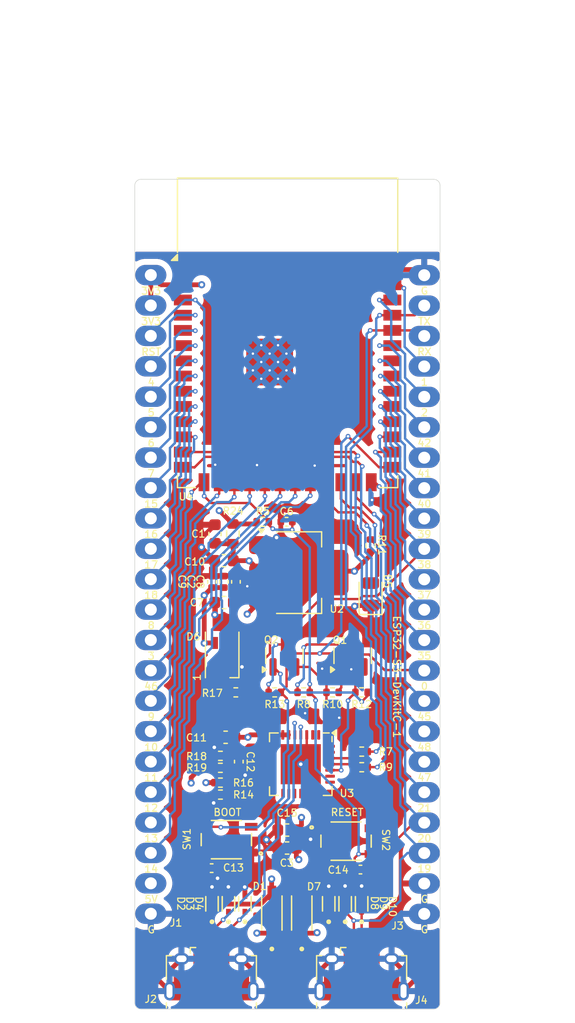
<source format=kicad_pcb>
(kicad_pcb (version 20240108) (generator "pcbnew") (generator_version "8.0")
  (title_block (title "ESP32-S3-DEVKITC-1-N16") (date "2024-10-28") (rev "rev0") (company "Espressif") (comment 1 "Drawing by Sean P. Harrington"))
  (layers (0 "F.Cu" signal) (1 "In1.Cu" signal) (2 "In2.Cu" signal) (31 "B.Cu" signal) (34 "B.Paste" user) (35 "F.Paste" user) (36 "B.SilkS" user "B.Silkscreen") (37 "F.SilkS" user "F.Silkscreen") (38 "B.Mask" user) (39 "F.Mask" user) (44 "Edge.Cuts" user))
  (net 0 "")
  (net 1 "VCC_3V3")
  (net 2 "GND")
  (net 4 "U0RXD")
  (net 5 "U0TXD")
  (net 6 "VBUS")
  (net 7 "USB_DP")
  (net 8 "USB_DN")
  (net 9 "RTS")
  (net 10 "DTR")
  (net 11 "GPIO11")
  (net 12 "GPIO14")
  (net 13 "GPIO17")
  (net 14 "GPIO3")
  (net 15 "ESP_3V3")
  (net 16 "GPIO4")
  (net 17 "GPIO12")
  (net 18 "GPIO5")
  (net 19 "GPIO16")
  (net 20 "VCC_5V")
  (net 21 "GPIO15")
  (net 22 "GPIO9")
  (net 23 "GPIO13")
  (net 24 "GPIO8")
  (net 25 "GPIO7")
  (net 26 "GPIO6")
  (net 27 "GPIO46")
  (net 28 "GPIO18")
  (net 29 "CHIP_PU")
  (net 30 "GPIO10")
  (net 31 "GPIO45")
  (net 32 "GPIO0")
  (net 33 "GPIO39")
  (net 34 "GPIO35")
  (net 35 "GPIO42")
  (net 36 "GPIO20")
  (net 37 "GPIO36")
  (net 38 "GPIO47")
  (net 39 "GPIO21")
  (net 40 "GPIO41")
  (net 41 "GPIO1")
  (net 42 "GPIO38")
  (net 43 "GPIO37")
  (net 44 "GPIO40")
  (net 45 "GPIO48")
  (net 46 "GPIO2")
  (net 47 "GPIO19")
  (net 49 "VBUSB")
  (net 51 "Net-(D6-DIN)")
  (net 52 "Net-(Q1-B)")
  (net 53 "Net-(Q1-C)")
  (net 54 "Net-(Q2-B)")
  (net 55 "Net-(Q2-C)")
  (net 56 "Net-(D5-A)")
  (net 57 "Net-(U3-VBUS)")
  (net 58 "Net-(U3-TXD)")
  (net 59 "Net-(U3-RXD)")
  (net 60 "Net-(U3-~{SUSPEND})")
  (net 61 "Net-(U3-~{RST})")
  (footprint "Capacitor_SMD:C_0402_1005Metric" (layer "F.Cu") (at 142.2 105.12 -90)
    (property "Reference" "C8")
    (property "Value" "0.1u@50v" (hide yes))
  )
  (footprint "Package_TO_SOT_SMD:SOT-23" (layer "F.Cu") (at 146.25 111.2875 90)
    (property "Reference" "Q2")
    (property "Value" "L8050QLT1G" (hide yes))
  )
  (footprint "aqp_controller:PinHeader_1x22_P2.54mm_OVAL_Vertical" (layer "F.Cu") (at 135.089318 79.497752)
    (property "Reference" "J1")
    (property "Value" "Conn_01x22" (hide yes))
  )
  (footprint "aqp_controller:TVS_LESD5D5.0CT1G" (layer "F.Cu") (at 142.95 132.01 90)
    (property "Reference" "D4")
    (property "Value" "LESD5D5.0CT1G" (hide yes))
  )
  (footprint "Package_DFN_QFN:QFN-28-1EP_5x5mm_P0.5mm_EP3.35x3.35mm" (layer "F.Cu") (at 147.615353 120.35 -90)
    (property "Reference" "U3")
    (property "Value" "CP2102N-Axx-xQFN28" (hide yes))
  )
  (footprint "Package_TO_SOT_SMD:SOT-223-3_TabPin2" (layer "F.Cu") (at 147.45 104.35)
    (property "Reference" "U2")
    (property "Value" "SGM2212-3.3XKC3G/TR" (hide yes))
  )
  (footprint "Capacitor_SMD:C_0402_1005Metric" (layer "F.Cu") (at 142.440615 120.13549 90)
    (property "Reference" "C12")
    (property "Value" "1u@16v" (hide yes))
  )
  (footprint "Resistor_SMD:R_0402_1005Metric" (layer "F.Cu") (at 152.69 114.35)
    (property "Reference" "R12")
    (property "Value" "10K" (hide yes))
  )
  (footprint "Capacitor_SMD:C_0603_1608Metric" (layer "F.Cu") (at 146.47 125.85)
    (property "Reference" "C15")
    (property "Value" "10u@25v" (hide yes))
  )
  (footprint "aqp_controller:PinHeader_1x22_P2.54mm_OVAL_Vertical" (layer "F.Cu") (at 157.93 79.51)
    (property "Reference" "J3")
    (property "Value" "Conn_01x22" (hide yes))
  )
  (footprint "Capacitor_SMD:C_0402_1005Metric" (layer "F.Cu") (at 140.171932 129.030993)
    (property "Reference" "C13")
    (property "Value" "0.1u@50v" (hide yes))
  )
  (footprint "aqp_controller:SW_SKRPACE010" (layer "F.Cu") (at 141.4 126.65 180)
    (property "Reference" "SW1")
    (property "Value" "SKRPACE010" (hide yes))
  )
  (footprint "Capacitor_SMD:C_0603_1608Metric" (layer "F.Cu") (at 140.45 101.125 -90)
    (property "Reference" "C1")
    (property "Value" "10u@25v" (hide yes))
  )
  (footprint "Resistor_SMD:R_0402_1005Metric" (layer "F.Cu") (at 144.44 100.1)
    (property "Reference" "R5")
    (property "Value" "10K" (hide yes))
  )
  (footprint "LED_SMD:LED_SK6805_PLCC4_2.4x2.7mm_P1.3mm" (layer "F.Cu") (at 141.05 111.223311 90)
    (property "Reference" "D6")
    (property "Value" "SK6805" (hide yes))
  )
  (footprint "Capacitor_SMD:C_0402_1005Metric" (layer "F.Cu") (at 152.601812 129.149624)
    (property "Reference" "C14")
    (property "Value" "0.1u@50v" (hide yes))
  )
  (footprint "Capacitor_SMD:C_0603_1608Metric" (layer "F.Cu") (at 146.47 127.35)
    (property "Reference" "C3")
    (property "Value" "10u@25v" (hide yes))
  )
  (footprint "Resistor_SMD:R_0402_1005Metric" (layer "F.Cu") (at 140.905786 121.888701)
    (property "Reference" "R16")
    (property "Value" "1K" (hide yes))
  )
  (footprint "aqp_controller:SOD3715X145N" (layer "F.Cu") (at 147.7 132.78 90)
    (property "Reference" "D7")
    (property "Value" "1N5819HW-7-F" (hide yes))
  )
  (footprint "aqp_controller:SOD3715X145N" (layer "F.Cu") (at 145.2 132.78 90)
    (property "Reference" "D1")
    (property "Value" "1N5819HW-7-F" (hide yes))
  )
  (footprint "Resistor_SMD:R_0402_1005Metric" (layer "F.Cu") (at 145.44 114.35)
    (property "Reference" "R13")
    (property "Value" "0" (hide yes))
  )
  (footprint "Capacitor_SMD:C_0603_1608Metric" (layer "F.Cu") (at 141.340353 118.1)
    (property "Reference" "C11")
    (property "Value" "10u@25v" (hide yes))
  )
  (footprint "aqp_controller:TVS_LESD5D5.0CT1G" (layer "F.Cu") (at 151.325 132.01 90)
    (property "Reference" "D9")
    (property "Value" "LESD5D5.0CT1G" (hide yes))
  )
  (footprint "Connector_USB:USB_Micro-B_Amphenol_10118194_Horizontal" (layer "F.Cu") (at 140.15 138)
    (property "Reference" "J2")
    (property "Value" "AMPHENOL_10118194-0001LF" (hide yes))
  )
  (footprint "aqp_controller:TVS_LESD5D5.0CT1G" (layer "F.Cu") (at 149.95 132.01 90)
    (property "Reference" "D8")
    (property "Value" "LESD5D5.0CT1G" (hide yes))
  )
  (footprint "Capacitor_SMD:C_0402_1005Metric" (layer "F.Cu") (at 146.43 100.1)
    (property "Reference" "C6")
    (property "Value" "1u@16v" (hide yes))
  )
  (footprint "Package_TO_SOT_SMD:SOT-23" (layer "F.Cu") (at 151.95 111.2875 90)
    (property "Reference" "Q1")
    (property "Value" "L8050QLT1G" (hide yes))
  )
  (footprint "Resistor_SMD:R_0402_1005Metric" (layer "F.Cu") (at 140.903754 119.651116)
    (property "Reference" "R18")
    (property "Value" "47K5" (hide yes))
  )
  (footprint "Resistor_SMD:R_0402_1005Metric" (layer "F.Cu") (at 152.707275 119.298884)
    (property "Reference" "R7")
    (property "Value" "0" (hide yes))
  )
  (footprint "Resistor_SMD:R_0402_1005Metric" (layer "F.Cu") (at 140.905786 122.888701 180)
    (property "Reference" "R14")
    (property "Value" "10K" (hide yes))
  )
  (footprint "Resistor_SMD:R_0603_1608Metric" (layer "F.Cu") (at 141.946456 101.109979 -90)
    (property "Reference" "R24")
    (property "Value" "0" (hide yes))
  )
  (footprint "Connector_USB:USB_Micro-B_Amphenol_10118194_Horizontal" (layer "F.Cu") (at 152.7 138)
    (property "Reference" "J4")
    (property "Value" "AMPHENOL_10118194-0001LF" (hide yes))
  )
  (footprint "Capacitor_SMD:C_0402_1005Metric" (layer "F.Cu") (at 140.2 105.12 -90)
    (property "Reference" "C2")
    (property "Value" "0.1u@50v" (hide yes))
  )
  (footprint "LED_SMD:LED_0805_2012Metric" (layer "F.Cu") (at 153.45 106.1625 90)
    (property "Reference" "D5")
    (property "Value" "LED" (hide yes))
  )
  (footprint "Resistor_SMD:R_0402_1005Metric" (layer "F.Cu") (at 140.900637 120.651116)
    (property "Reference" "R19")
    (property "Value" "22K1" (hide yes))
  )
  (footprint "aqp_controller:TVS_LESD5D5.0CT1G" (layer "F.Cu") (at 141.575 132.01 90)
    (property "Reference" "D3")
    (property "Value" "LESD5D5.0CT1G" (hide yes))
  )
  (footprint "aqp_controller:TVS_LESD5D5.0CT1G" (layer "F.Cu") (at 140.2 132.01 90)
    (property "Reference" "D2")
    (property "Value" "LESD5D5.0CT1G" (hide yes))
  )
  (footprint "Capacitor_SMD:C_0603_1608Metric" (layer "F.Cu") (at 141.210167 106.846563)
    (property "Reference" "C7")
    (property "Value" "10u@25v" (hide yes))
  )
  (footprint "Capacitor_SMD:C_0603_1608Metric" (layer "F.Cu") (at 141.2 103.35)
    (property "Reference" "C10")
    (property "Value" "10u@25v" (hide yes))
  )
  (footprint "Resistor_SMD:R_0402_1005Metric" (layer "F.Cu") (at 147.856666 114.35)
    (property "Reference" "R8")
    (property "Value" "0" (hide yes))
  )
  (footprint "Resistor_SMD:R_0402_1005Metric" (layer "F.Cu") (at 150.273332 114.35)
    (property "Reference" "R10")
    (property "Value" "10K" (hide yes))
  )
  (footprint "Resistor_SMD:R_0402_1005Metric" (layer "F.Cu") (at 142.19 114.35 180)
    (property "Reference" "R17")
    (property "Value" "0" (hide yes))
  )
  (footprint "RF_Module:ESP32-S3-WROOM-1" (layer "F.Cu") (at 146.516938 84.3)
    (property "Reference" "U4")
    (property "Value" "ESP32-S3-WROOM-1-N16R8" (hide yes))
  )
  (footprint "Resistor_SMD:R_0402_1005Metric" (layer "F.Cu") (at 153.45 102.09 90)
    (property "Reference" "R11")
    (property "Value" "5K1" (hide yes))
  )
  (footprint "aqp_controller:SW_SKRPACE010" (layer "F.Cu") (at 151.4 126.775)
    (property "Reference" "SW2")
    (property "Value" "SKRPACE010" (hide yes))
  )
  (footprint "Resistor_SMD:R_0402_1005Metric" (layer "F.Cu") (at 152.707275 120.6)
    (property "Reference" "R9")
    (property "Value" "0" (hide yes))
  )
  (footprint "Capacitor_SMD:C_0402_1005Metric" (layer "F.Cu") (at 141.2 105.12 -90)
    (property "Reference" "C9")
    (property "Value" "0.1u@50v" (hide yes))
  )
  (footprint "aqp_controller:TVS_LESD5D5.0CT1G" (layer "F.Cu") (at 152.7 132.01 90)
    (property "Reference" "D10")
    (property "Value" "LESD5D5.0CT1G" (hide yes))
  )
  (gr_arc (start 159.25 140.3) (mid 159.078553 140.663909) (end 158.7 140.8) (stroke (width 0.05)) (layer "Edge.Cuts"))
  (gr_line (start 134.3 140.8) (end 158.7 140.8) (stroke (width 0.05)) (layer "Edge.Cuts"))
  (gr_arc (start 134.3 140.8) (mid 133.921447 140.663909) (end 133.75 140.3) (stroke (width 0.05)) (layer "Edge.Cuts"))
  (gr_line (start 133.75 72) (end 133.75 140.3) (stroke (width 0.05)) (layer "Edge.Cuts"))
  (gr_arc (start 133.75 72) (mid 133.921447 71.636091) (end 134.3 71.5) (stroke (width 0.05)) (layer "Edge.Cuts"))
  (gr_line (start 159.25 140.3) (end 159.25 72) (stroke (width 0.05)) (layer "Edge.Cuts"))
  (gr_line (start 134.3 71.5) (end 158.7 71.5) (stroke (width 0.05)) (layer "Edge.Cuts"))
  (gr_arc (start 158.7 71.5) (mid 159.078553 71.636091) (end 159.25 72) (stroke (width 0.05)) (layer "Edge.Cuts"))
  (gr_text "41" (at 157.942476 96.06321 0) (layer "F.SilkS") (effects (font (size 0.6 0.6) (thickness 0.1))))
  (gr_text "TX" (at 157.942476 83.36321 0) (layer "F.SilkS") (effects (font (size 0.6 0.6) (thickness 0.1))))
  (gr_text "G" (at 157.942476 80.82321 0) (layer "F.SilkS") (effects (font (size 0.6 0.6) (thickness 0.1))))
  (gr_text "5V" (at 135.119913 131.62854 0) (layer "F.SilkS") (effects (font (size 0.6 0.6) (thickness 0.1))))
  (gr_text "RST" (at 135.119913 85.90854 0) (layer "F.SilkS") (effects (font (size 0.6 0.6) (thickness 0.1))))
  (gr_text "37" (at 157.942476 106.22321 0) (layer "F.SilkS") (effects (font (size 0.6 0.6) (thickness 0.1))))
  (gr_text "ESP32-S3-DevKitC-1" (at 155.638665 113.054088 270) (layer "F.SilkS") (effects (font (size 0.6 0.6) (thickness 0.1))))
  (gr_text "G" (at 157.942476 131.62321 0) (layer "F.SilkS") (effects (font (size 0.6 0.6) (thickness 0.1))))
  (gr_text "42" (at 157.942476 93.52321 0) (layer "F.SilkS") (effects (font (size 0.6 0.6) (thickness 0.1))))
  (gr_text "16" (at 135.119913 101.14854 0) (layer "F.SilkS") (effects (font (size 0.6 0.6) (thickness 0.1))))
  (gr_text "1" (at 157.942476 88.44321 0) (layer "F.SilkS") (effects (font (size 0.6 0.6) (thickness 0.1))))
  (gr_text "0" (at 157.942476 113.84321 0) (layer "F.SilkS") (effects (font (size 0.6 0.6) (thickness 0.1))))
  (gr_text "10" (at 135.119913 118.92854 0) (layer "F.SilkS") (effects (font (size 0.6 0.6) (thickness 0.1))))
  (gr_text "45" (at 157.942476 116.38321 0) (layer "F.SilkS") (effects (font (size 0.6 0.6) (thickness 0.1))))
  (gr_text "40" (at 157.942476 98.60321 0) (layer "F.SilkS") (effects (font (size 0.6 0.6) (thickness 0.1))))
  (gr_text "21" (at 157.942476 124.00321 0) (layer "F.SilkS") (effects (font (size 0.6 0.6) (thickness 0.1))))
  (gr_text "3V3" (at 135.119913 80.82854 0) (layer "F.SilkS") (effects (font (size 0.6 0.6) (thickness 0.1))))
  (gr_text "46" (at 135.119913 113.84854 0) (layer "F.SilkS") (effects (font (size 0.6 0.6) (thickness 0.1))))
  (gr_text "5" (at 135.119913 90.98854 0) (layer "F.SilkS") (effects (font (size 0.6 0.6) (thickness 0.1))))
  (gr_text "35" (at 157.942476 111.30321 0) (layer "F.SilkS") (effects (font (size 0.6 0.6) (thickness 0.1))))
  (gr_text "9" (at 135.119913 116.38854 0) (layer "F.SilkS") (effects (font (size 0.6 0.6) (thickness 0.1))))
  (gr_text "G" (at 157.942476 134.16321 0) (layer "F.SilkS") (effects (font (size 0.6 0.6) (thickness 0.1))))
  (gr_text "39" (at 157.942476 101.14321 0) (layer "F.SilkS") (effects (font (size 0.6 0.6) (thickness 0.1))))
  (gr_text "6" (at 135.119913 93.52854 0) (layer "F.SilkS") (effects (font (size 0.6 0.6) (thickness 0.1))))
  (gr_text "11" (at 135.119913 121.46854 0) (layer "F.SilkS") (effects (font (size 0.6 0.6) (thickness 0.1))))
  (gr_text "2" (at 157.942476 90.98321 0) (layer "F.SilkS") (effects (font (size 0.6 0.6) (thickness 0.1))))
  (gr_text "17" (at 135.119913 103.68854 0) (layer "F.SilkS") (effects (font (size 0.6 0.6) (thickness 0.1))))
  (gr_text "RESET" (at 151.489219 124.368176 0) (layer "F.SilkS") (effects (font (size 0.6 0.6) (thickness 0.1))))
  (gr_text "36" (at 157.942476 108.76321 0) (layer "F.SilkS") (effects (font (size 0.6 0.6) (thickness 0.1))))
  (gr_text "19" (at 157.942476 129.08321 0) (layer "F.SilkS") (effects (font (size 0.6 0.6) (thickness 0.1))))
  (gr_text "8" (at 135.119913 108.76854 0) (layer "F.SilkS") (effects (font (size 0.6 0.6) (thickness 0.1))))
  (gr_text "3V3" (at 135.119913 83.36854 0) (layer "F.SilkS") (effects (font (size 0.6 0.6) (thickness 0.1))))
  (gr_text "14" (at 135.119913 129.08854 0) (layer "F.SilkS") (effects (font (size 0.6 0.6) (thickness 0.1))))
  (gr_text "12" (at 135.119913 124.00854 0) (layer "F.SilkS") (effects (font (size 0.6 0.6) (thickness 0.1))))
  (gr_text "4" (at 135.119913 88.44854 0) (layer "F.SilkS") (effects (font (size 0.6 0.6) (thickness 0.1))))
  (gr_text "38" (at 157.942476 103.68321 0) (layer "F.SilkS") (effects (font (size 0.6 0.6) (thickness 0.1))))
  (gr_text "3" (at 135.119913 111.30854 0) (layer "F.SilkS") (effects (font (size 0.6 0.6) (thickness 0.1))))
  (gr_text "13" (at 135.119913 126.54854 0) (layer "F.SilkS") (effects (font (size 0.6 0.6) (thickness 0.1))))
  (gr_text "47" (at 157.942476 121.46321 0) (layer "F.SilkS") (effects (font (size 0.6 0.6) (thickness 0.1))))
  (gr_text "15" (at 135.119913 98.60854 0) (layer "F.SilkS") (effects (font (size 0.6 0.6) (thickness 0.1))))
  (gr_text "RX" (at 157.942476 85.90321 0) (layer "F.SilkS") (effects (font (size 0.6 0.6) (thickness 0.1))))
  (gr_text "G" (at 135.119913 134.16854 0) (layer "F.SilkS") (effects (font (size 0.6 0.6) (thickness 0.1))))
  (gr_text "48" (at 157.942476 118.92321 0) (layer "F.SilkS") (effects (font (size 0.6 0.6) (thickness 0.1))))
  (gr_text "7" (at 135.119913 96.06854 0) (layer "F.SilkS") (effects (font (size 0.6 0.6) (thickness 0.1))))
  (gr_text "20" (at 157.942476 126.54321 0) (layer "F.SilkS") (effects (font (size 0.6 0.6) (thickness 0.1))))
  (gr_text "18" (at 135.119913 106.22854 0) (layer "F.SilkS") (effects (font (size 0.6 0.6) (thickness 0.1))))
  (gr_text "BOOT" (at 141.489219 124.368176 0) (layer "F.SilkS") (effects (font (size 0.6 0.6) (thickness 0.1))))
  (segment (start 140.2 105.6) (end 141.2 105.6) (width 0.4) (layer "F.Cu") (net 1))
  (segment (start 152.099994 104.230092) (end 150.719908 104.230092) (width 0.4) (layer "F.Cu") (net 1))
  (segment (start 140.4 110.223311) (end 139.569614 110.223311) (width 0.4) (layer "F.Cu") (net 1))
  (segment (start 139.691387 121.888701) (end 140.395786 121.888701) (width 0.4) (layer "F.Cu") (net 1))
  (segment (start 144.290364 104.35) (end 143.3 103.359636) (width 0.4) (layer "F.Cu") (net 1))
  (segment (start 143.3 103.35) (end 141.975 103.35) (width 0.4) (layer "F.Cu") (net 1))
  (segment (start 145.2 117.9) (end 143.4 117.9) (width 0.4) (layer "F.Cu") (net 1))
  (segment (start 144.3 104.35) (end 144.290364 104.35) (width 0.4) (layer "F.Cu") (net 1))
  (segment (start 140.2 105.6) (end 139.55143 106.24857) (width 0.4) (layer "F.Cu") (net 1))
  (segment (start 142.115353 118.1) (end 143.2 118.1) (width 0.4) (layer "F.Cu") (net 1))
  (segment (start 143.4 117.9) (end 143.2 118.1) (width 0.4) (layer "F.Cu") (net 1))
  (segment (start 144.3 104.35) (end 143.3 103.35) (width 0.4) (layer "F.Cu") (net 1))
  (segment (start 153.45 102.880086) (end 153.45 102.6) (width 0.4) (layer "F.Cu") (net 1))
  (segment (start 141.946456 101.934979) (end 140.484979 101.934979) (width 0.4) (layer "F.Cu") (net 1))
  (segment (start 140.484979 101.934979) (end 140.45 101.9) (width 0.4) (layer "F.Cu") (net 1))
  (segment (start 139.55143 110.241495) (end 139.55143 106.24857) (width 0.4) (layer "F.Cu") (net 1))
  (segment (start 141.975 101.963523) (end 141.946456 101.934979) (width 0.4) (layer "F.Cu") (net 1))
  (segment (start 146.115353 117.9) (end 145.2 117.9) (width 0.4) (layer "F.Cu") (net 1))
  (segment (start 139.569614 110.223311) (end 139.55143 110.241495) (width 0.4) (layer "F.Cu") (net 1))
  (segment (start 146.115353 117.9) (end 146.590353 117.9) (width 0.4) (layer "F.Cu") (net 1))
  (segment (start 152.099994 104.230092) (end 153.45 102.880086) (width 0.4) (layer "F.Cu") (net 1))
  (segment (start 141.975 103.35) (end 141.975 101.963523) (width 0.4) (layer "F.Cu") (net 1))
  (segment (start 150.719908 104.230092) (end 150.6 104.35) (width 0.4) (layer "F.Cu") (net 1))
  (via (at 139.691387 121.888701) (size 0.6) (drill 0.3) (layers "F.Cu" "B.Cu") (net 1))
  (via (at 139.55143 106.24857) (size 0.6) (drill 0.3) (layers "F.Cu" "B.Cu") (net 1))
  (via (at 139.55143 110.241495) (size 0.6) (drill 0.3) (layers "F.Cu" "B.Cu") (net 1))
  (via (at 152.099994 104.230092) (size 0.6) (drill 0.3) (layers "F.Cu" "B.Cu") (net 1))
  (via (at 143.2 118.1) (size 0.6) (drill 0.3) (layers "F.Cu" "B.Cu") (net 1))
  (via (at 143.3 103.359636) (size 0.6) (drill 0.3) (layers "F.Cu" "B.Cu") (net 1))
  (segment (start 157.93 130.31) (end 157.93 132.85) (width 0.4) (layer "F.Cu") (net 2))
  (segment (start 142.95 130.62609) (end 142.933142 130.609232) (width 0.4) (layer "F.Cu") (net 2))
  (segment (start 145.695 125.85) (end 145.546681 125.85) (width 0.4) (layer "F.Cu") (net 2))
  (segment (start 152.174889 107.1) (end 152.118017 107.156872) (width 0.4) (layer "F.Cu") (net 2))
  (segment (start 139.322549 102.229383) (end 139.322549 102.247549) (width 0.4) (layer "F.Cu") (net 2))
  (segment (start 141.575 131.35) (end 141.575 130.601897) (width 0.4) (layer "F.Cu") (net 2))
  (segment (start 136.65 139.3) (end 136.65 137.6) (width 0.4) (layer "F.Cu") (net 2))
  (segment (start 143.65 139.3) (end 143.65 137.6) (width 0.4) (layer "F.Cu") (net 2))
  (segment (start 140.425 103.35) (end 140.425 104.415) (width 0.4) (layer "F.Cu") (net 2))
  (segment (start 140.393754 118.942355) (end 140.393754 119.651116) (width 0.4) (layer "F.Cu") (net 2))
  (segment (start 155.266938 79.04) (end 152.736938 79.04) (width 0.4) (layer "F.Cu") (net 2))
  (segment (start 145.695 127.35) (end 145.443367 127.35) (width 0.4) (layer "F.Cu") (net 2))
  (segment (start 147.615353 120.35) (end 147.615354 120.35) (width 0.4) (layer "F.Cu") (net 2))
  (segment (start 139.322549 102.247549) (end 140.425 103.35) (width 0.4) (layer "F.Cu") (net 2))
  (segment (start 151.317216 130.521082) (end 151.317216 131.342216) (width 0.4) (layer "F.Cu") (net 2))
  (segment (start 140.393754 118.271599) (end 140.565353 118.1) (width 0.4) (layer "F.Cu") (net 2))
  (segment (start 140.2 104.64) (end 141.2 104.64) (width 0.4) (layer "F.Cu") (net 2))
  (segment (start 140.432543 106.849187) (end 140.435167 106.846563) (width 0.4) (layer "F.Cu") (net 2))
  (segment (start 140.432543 107.867456) (end 140.432543 106.849187) (width 0.4) (layer "F.Cu") (net 2))
  (segment (start 140.339178 123.584204) (end 140.339178 122.945309) (width 0.4) (layer "F.Cu") (net 2))
  (segment (start 155.266938 79.04) (end 137.766938 79.04) (width 0.4) (layer "F.Cu") (net 2))
  (segment (start 143.475 127.725) (end 143.475 127.325) (width 0.4) (layer "F.Cu") (net 2))
  (segment (start 153.081812 129.149624) (end 153.081812 129.718188) (width 0.4) (layer "F.Cu") (net 2))
  (segment (start 156.2 139.3) (end 156.2 137.6) (width 0.4) (layer "F.Cu") (net 2))
  (segment (start 145.592495 101.416824) (end 145.95 101.059319) (width 0.4) (layer "F.Cu") (net 2))
  (segment (start 144.148343 126.651657) (end 144.745024 126.651657) (width 0.4) (layer "F.Cu") (net 2))
  (segment (start 143.65 139.3) (end 149.2 139.3) (width 0.4) (layer "F.Cu") (net 2))
  (segment (start 143.65 139.3) (end 141.15 139.3) (width 0.4) (layer "F.Cu") (net 2))
  (segment (start 152.736938 79.04) (end 145.016938 86.76) (width 0.4) (layer "F.Cu") (net 2))
  (segment (start 140.425 104.415) (end 140.2 104.64) (width 0.4) (layer "F.Cu") (net 2))
  (segment (start 136.65 137.6) (end 137.65 136.6) (width 0.4) (layer "F.Cu") (net 2))
  (segment (start 141.45 136.6) (end 142.65 136.6) (width 0.4) (layer "F.Cu") (net 2))
  (segment (start 143.65 137.6) (end 142.65 136.6) (width 0.4) (layer "F.Cu") (net 2))
  (segment (start 140.339178 122.945309) (end 140.395786 122.888701) (width 0.4) (layer "F.Cu") (net 2))
  (segment (start 151.7 139.3) (end 149.8 139.3) (width 0.4) (layer "F.Cu") (net 2))
  (segment (start 151.317216 131.342216) (end 151.325 131.35) (width 0.4) (layer "F.Cu") (net 2))
  (segment (start 139.322549 101.477451) (end 140.45 100.35) (width 0.4) (layer "F.Cu") (net 2))
  (segment (start 145.592495 101.416824) (end 144.959319 102.05) (width 0.4) (layer "F.Cu") (net 2))
  (segment (start 157.46 79.04) (end 155.266938 79.04) (width 0.4) (layer "F.Cu") (net 2))
  (segment (start 157.93 137.57) (end 156.2 139.3) (width 0.4) (layer "F.Cu") (net 2))
  (segment (start 149.2 137.6) (end 150.2 136.6) (width 0.4) (layer "F.Cu") (net 2))
  (segment (start 153.45 107.1) (end 152.174889 107.1) (width 0.4) (layer "F.Cu") (net 2))
  (segment (start 156.2 137.6) (end 155.2 136.6) (width 0.4) (layer "F.Cu") (net 2))
  (segment (start 149.95 130.544383) (end 149.952625 130.541758) (width 0.4) (layer "F.Cu") (net 2))
  (segment (start 157.93 79.51) (end 157.46 79.04) (width 0.4) (layer "F.Cu") (net 2))
  (segment (start 139.322549 102.229383) (end 139.322549 101.477451) (width 0.4) (layer "F.Cu") (net 2))
  (segment (start 154 136.6) (end 155.2 136.6) (width 0.4) (layer "F.Cu") (net 2))
  (segment (start 145.443367 127.35) (end 144.745024 126.651657) (width 0.4) (layer "F.Cu") (net 2))
  (segment (start 149.325 125.730921) (end 148.435543 126.620378) (width 0.4) (layer "F.Cu") (net 2))
  (segment (start 139.15 139.3) (end 137.25 139.3) (width 0.4) (layer "F.Cu") (net 2))
  (segment (start 140.393754 118.942355) (end 140.393754 118.271599) (width 0.4) (layer "F.Cu") (net 2))
  (segment (start 140.2 131.35) (end 140.2 130.6) (width 0.4) (layer "F.Cu") (net 2))
  (segment (start 141.2 104.64) (end 142.2 104.64) (width 0.4) (layer "F.Cu") (net 2))
  (segment (start 149.325 125.7) (end 149.325 125.730921) (width 0.4) (layer "F.Cu") (net 2))
  (segment (start 144.959319 102.05) (end 144.3 102.05) (width 0.4) (layer "F.Cu") (net 2))
  (segment (start 142.95 131.35) (end 142.95 130.62609) (width 0.4) (layer "F.Cu") (net 2))
  (segment (start 153.7 139.3) (end 155.6 139.3) (width 0.4) (layer "F.Cu") (net 2))
  (segment (start 141.575 130.601897) (end 141.568551 130.595448) (width 0.4) (layer "F.Cu") (net 2))
  (segment (start 157.93 132.85) (end 157.93 137.57) (width 0.4) (layer "F.Cu") (net 2))
  (segment (start 135.089318 137.739318) (end 136.65 139.3) (width 0.4) (layer "F.Cu") (net 2))
  (segment (start 142.702843 112.223311) (end 142.702844 112.22331) (width 0.4) (layer "F.Cu") (net 2))
  (segment (start 145.95 101.059319) (end 145.95 100.1) (width 0.4) (layer "F.Cu") (net 2))
  (segment (start 135.089318 132.837752) (end 135.089318 137.739318) (width 0.4) (layer "F.Cu") (net 2))
  (segment (start 141.7 112.223311) (end 142.702843 112.223311) (width 0.4) (layer "F.Cu") (net 2))
  (segment (start 142.440615 120.61549) (end 142.440615 120.734508) (width 0.4) (layer "F.Cu") (net 2))
  (segment (start 153.7 139.3) (end 151.7 139.3) (width 0.4) (layer "F.Cu") (net 2))
  (segment (start 152.7 130.1) (end 152.7 130.525676) (width 0.4) (layer "F.Cu") (net 2))
  (segment (start 141.15 139.3) (end 139.15 139.3) (width 0.4) (layer "F.Cu") (net 2))
  (segment (start 145.546681 125.85) (end 144.745024 126.651657) (width 0.4) (layer "F.Cu") (net 2))
  (segment (start 140.664454 129.875356) (end 140.664454 129.043515) (width 0.4) (layer "F.Cu") (net 2))
  (segment (start 148.115353 117.9) (end 148.115353 119.85) (width 0.2) (layer "F.Cu") (net 2))
  (segment (start 153.081812 129.718188) (end 152.7 130.1) (width 0.4) (layer "F.Cu") (net 2))
  (segment (start 148.115353 119.85) (end 147.615353 120.35) (width 0.2) (layer "F.Cu") (net 2))
  (segment (start 143.475 127.325) (end 144.148343 126.651657) (width 0.4) (layer "F.Cu") (net 2))
  (segment (start 149.95 131.35) (end 149.95 130.544383) (width 0.4) (layer "F.Cu") (net 2))
  (segment (start 149.2 139.3) (end 149.2 137.6) (width 0.4) (layer "F.Cu") (net 2))
  (segment (start 152.7 130.525676) (end 152.7 131.35) (width 0.4) (layer "F.Cu") (net 2))
  (segment (start 140.664454 129.043515) (end 140.651932 129.030993) (width 0.4) (layer "F.Cu") (net 2))
  (segment (start 142.440615 120.734508) (end 142.971747 121.26564) (width 0.4) (layer "F.Cu") (net 2))
  (via (at 141.568551 130.595448) (size 0.6) (drill 0.3) (layers "F.Cu" "B.Cu") (net 2))
  (via (at 144.745024 126.651657) (size 0.6) (drill 0.3) (layers "F.Cu" "B.Cu") (net 2))
  (via (at 140.664454 129.875356) (size 0.6) (drill 0.3) (layers "F.Cu" "B.Cu") (net 2))
  (via (at 142.933142 130.609232) (size 0.6) (drill 0.3) (layers "F.Cu" "B.Cu") (net 2))
  (via (at 140.339178 123.584204) (size 0.6) (drill 0.3) (layers "F.Cu" "B.Cu") (net 2))
  (via (at 152.7 130.525676) (size 0.6) (drill 0.3) (layers "F.Cu" "B.Cu") (net 2))
  (via (at 142.702844 112.22331) (size 0.6) (drill 0.3) (layers "F.Cu" "B.Cu") (net 2))
  (via (at 140.2 130.6) (size 0.6) (drill 0.3) (layers "F.Cu" "B.Cu") (net 2))
  (via (at 148.435543 126.620378) (size 0.6) (drill 0.3) (layers "F.Cu" "B.Cu") (net 2))
  (via (at 149.40275 112.370563) (size 0.4) (drill 0.2) (layers "F.Cu" "B.Cu") (net 2))
  (via (at 140.470563 95.339972) (size 0.4) (drill 0.2) (layers "F.Cu" "B.Cu") (net 2))
  (via (at 140.432543 107.867456) (size 0.6) (drill 0.3) (layers "F.Cu" "B.Cu") (net 2))
  (via (at 151.317216 130.521082) (size 0.6) (drill 0.3) (layers "F.Cu" "B.Cu") (net 2))
  (via (at 140.393754 118.942355) (size 0.6) (drill 0.3) (layers "F.Cu" "B.Cu") (net 2))
  (via (at 152.118017 107.156872) (size 0.6) (drill 0.3) (layers "F.Cu" "B.Cu") (net 2))
  (via (at 150.822365 116.469986) (size 0.4) (drill 0.2) (layers "F.Cu" "B.Cu") (net 2))
  (via (at 143.959092 95.365804) (size 0.4) (drill 0.2) (layers "F.Cu" "B.Cu") (net 2))
  (via (at 151.834773 112.424098) (size 0.4) (drill 0.2) (layers "F.Cu" "B.Cu") (net 2))
  (via (at 147.615354 120.35) (size 0.6) (drill 0.3) (layers "F.Cu" "B.Cu") (net 2))
  (via (at 153.566758 98.283887) (size 0.4) (drill 0.2) (layers "F.Cu" "B.Cu") (net 2))
  (via (at 142.971747 121.26564) (size 0.6) (drill 0.3) (layers "F.Cu" "B.Cu") (net 2))
  (via (at 139.322549 102.229383) (size 0.6) (drill 0.3) (layers "F.Cu" "B.Cu") (net 2))
  (via (at 145.592495 101.416824) (size 0.6) (drill 0.3) (layers "F.Cu" "B.Cu") (net 2))
  (via (at 148.777251 95.411691) (size 0.4) (drill 0.2) (layers "F.Cu" "B.Cu") (net 2))
  (via (at 149.952625 130.541758) (size 0.6) (drill 0.3) (layers "F.Cu" "B.Cu") (net 2))
  (via (at 147.980205 116.090602) (size 0.4) (drill 0.2) (layers "F.Cu" "B.Cu") (net 2))
  (via (at 143.148336 105.487492) (size 0.4) (drill 0.2) (layers "F.Cu" "B.Cu") (net 2))
  (segment (start 153.217275 119.298884) (end 153.902378 119.298884) (width 0.2) (layer "F.Cu") (net 4))
  (segment (start 155.266938 84.12) (end 157.46 84.12) (width 0.2) (layer "F.Cu") (net 4))
  (segment (start 153.419431 84.12) (end 155.266938 84.12) (width 0.2) (layer "F.Cu") (net 4))
  (segment (start 157.46 84.12) (end 157.93 84.59) (width 0.2) (layer "F.Cu") (net 4))
  (segment (start 153.902378 119.298884) (end 153.90932 119.291942) (width 0.2) (layer "F.Cu") (net 4))
  (via (at 153.90932 119.291942) (size 0.4) (drill 0.2) (layers "F.Cu" "B.Cu") (net 4))
  (via (at 153.419431 84.12) (size 0.4) (drill 0.2) (layers "F.Cu" "B.Cu") (net 4))
  (segment (start 153.118839 84.420592) (end 153.118839 92.115475) (width 0.2) (layer "B.Cu") (net 4))
  (segment (start 153.489336 114.864735) (end 153.93 115.305399) (width 0.2) (layer "B.Cu") (net 4))
  (segment (start 153.419431 84.12) (end 153.118839 84.420592) (width 0.2) (layer "B.Cu") (net 4))
  (segment (start 153.489336 110.127724) (end 153.489336 114.864735) (width 0.2) (layer "B.Cu") (net 4))
  (segment (start 151.4 107.287384) (end 153.084834 108.972218) (width 0.2) (layer "B.Cu") (net 4))
  (segment (start 153.93 117.004115) (end 154.28116 117.355275) (width 0.2) (layer "B.Cu") (net 4))
  (segment (start 153.118839 92.115475) (end 151.4 93.834314) (width 0.2) (layer "B.Cu") (net 4))
  (segment (start 153.084834 108.972218) (end 153.084834 109.723222) (width 0.2) (layer "B.Cu") (net 4))
  (segment (start 154.28116 118.920102) (end 153.90932 119.291942) (width 0.2) (layer "B.Cu") (net 4))
  (segment (start 154.28116 117.355275) (end 154.28116 118.920102) (width 0.2) (layer "B.Cu") (net 4))
  (segment (start 151.4 93.834314) (end 151.4 107.287384) (width 0.2) (layer "B.Cu") (net 4))
  (segment (start 153.93 115.305399) (end 153.93 117.004115) (width 0.2) (layer "B.Cu") (net 4))
  (segment (start 153.084834 109.723222) (end 153.489336 110.127724) (width 0.2) (layer "B.Cu") (net 4))
  (segment (start 153.224542 120.592733) (end 153.217275 120.6) (width 0.2) (layer "F.Cu") (net 5))
  (segment (start 154.003791 120.592733) (end 153.224542 120.592733) (width 0.2) (layer "F.Cu") (net 5))
  (segment (start 154.204266 82.85) (end 155.266938 82.85) (width 0.2) (layer "F.Cu") (net 5))
  (segment (start 157.13 82.85) (end 155.266938 82.85) (width 0.2) (layer "F.Cu") (net 5))
  (segment (start 157.93 82.05) (end 157.13 82.85) (width 0.2) (layer "F.Cu") (net 5))
  (via (at 154.204266 82.85) (size 0.4) (drill 0.2) (layers "F.Cu" "B.Cu") (net 5))
  (via (at 154.003791 120.592733) (size 0.4) (drill 0.2) (layers "F.Cu" "B.Cu") (net 5))
  (segment (start 151.8 100.920469) (end 151.8 94) (width 0.2) (layer "B.Cu") (net 5))
  (segment (start 152.715956 103.470311) (end 152.205213 102.959568) (width 0.2) (layer "B.Cu") (net 5))
  (segment (start 153.518839 84.855252) (end 153.919431 84.45466) (width 0.2) (layer "B.Cu") (net 5))
  (segment (start 153.919431 84.45466) (end 153.919431 83.134835) (width 0.2) (layer "B.Cu") (net 5))
  (segment (start 154.68116 119.915364) (end 154.68116 117.18959) (width 0.2) (layer "B.Cu") (net 5))
  (segment (start 152.205213 101.325682) (end 151.8 100.920469) (width 0.2) (layer "B.Cu") (net 5))
  (segment (start 153.518839 92.281161) (end 153.518839 84.855252) (width 0.2) (layer "B.Cu") (net 5))
  (segment (start 153.484834 109.515607) (end 153.484834 107.636563) (width 0.2) (layer "B.Cu") (net 5))
  (segment (start 153.889336 109.920109) (end 153.484834 109.515607) (width 0.2) (layer "B.Cu") (net 5))
  (segment (start 154.003791 120.592733) (end 154.68116 119.915364) (width 0.2) (layer "B.Cu") (net 5))
  (segment (start 152.205213 102.959568) (end 152.205213 101.325682) (width 0.2) (layer "B.Cu") (net 5))
  (segment (start 153.919431 83.134835) (end 154.204266 82.85) (width 0.2) (layer "B.Cu") (net 5))
  (segment (start 154.33 115.139713) (end 153.889336 114.699049) (width 0.2) (layer "B.Cu") (net 5))
  (segment (start 153.484834 107.636563) (end 152.715956 106.867685) (width 0.2) (layer "B.Cu") (net 5))
  (segment (start 151.8 94) (end 153.518839 92.281161) (width 0.2) (layer "B.Cu") (net 5))
  (segment (start 153.889336 114.699049) (end 153.889336 109.920109) (width 0.2) (layer "B.Cu") (net 5))
  (segment (start 154.33 116.83843) (end 154.33 115.139713) (width 0.2) (layer "B.Cu") (net 5))
  (segment (start 154.68116 117.18959) (end 154.33 116.83843) (width 0.2) (layer "B.Cu") (net 5))
  (segment (start 152.715956 106.867685) (end 152.715956 103.470311) (width 0.2) (layer "B.Cu") (net 5))
  (segment (start 145.182943 129.93697) (end 145.182943 131.082943) (width 0.4) (layer "F.Cu") (net 6))
  (segment (start 145.182943 131.082943) (end 145.2 131.1) (width 0.4) (layer "F.Cu") (net 6))
  (segment (start 138.457344 121.458082) (end 139.26431 120.651116) (width 0.4) (layer "F.Cu") (net 6))
  (segment (start 140.84 132.03) (end 140.2 132.67) (width 0.4) (layer "F.Cu") (net 6))
  (segment (start 144.27 132.03) (end 140.84 132.03) (width 0.4) (layer "F.Cu") (net 6))
  (segment (start 138.85 134.02) (end 138.85 136.6) (width 0.4) (layer "F.Cu") (net 6))
  (segment (start 139.26431 120.651116) (end 140.390637 120.651116) (width 0.4) (layer "F.Cu") (net 6))
  (segment (start 145.2 131.1) (end 144.27 132.03) (width 0.4) (layer "F.Cu") (net 6))
  (segment (start 138.457344 121.922592) (end 138.457344 121.458082) (width 0.4) (layer "F.Cu") (net 6))
  (segment (start 140.2 132.67) (end 138.85 134.02) (width 0.4) (layer "F.Cu") (net 6))
  (via (at 138.457344 121.922592) (size 0.6) (drill 0.3) (layers "F.Cu" "B.Cu") (net 6))
  (via (at 145.182943 129.93697) (size 0.6) (drill 0.3) (layers "F.Cu" "B.Cu") (net 6))
  (segment (start 142.484738 133.352826) (end 142.95 132.887564) (width 0.2) (layer "F.Cu") (net 7))
  (segment (start 147.615353 117.238265) (end 147.615353 117.9) (width 0.2) (layer "F.Cu") (net 7))
  (segment (start 140.15 135.687565) (end 140.15 136.6) (width 0.2) (layer "F.Cu") (net 7))
  (segment (start 142.95 132.887564) (end 142.95 132.67) (width 0.2) (layer "F.Cu") (net 7))
  (segment (start 142.484738 133.352826) (end 142.484738 133.352827) (width 0.2) (layer "F.Cu") (net 7))
  (segment (start 142.484738 133.352827) (end 140.15 135.687565) (width 0.2) (layer "F.Cu") (net 7))
  (via (at 142.484738 133.352826) (size 0.4) (drill 0.2) (layers "F.Cu" "B.Cu") (net 7))
  (via (at 147.615353 117.238265) (size 0.4) (drill 0.2) (layers "F.Cu" "B.Cu") (net 7))
  (segment (start 147.015354 123.374849) (end 145.73349 124.656713) (width 0.2) (layer "B.Cu") (net 7))
  (segment (start 147.015354 120.101471) (end 147.015354 123.374849) (width 0.2) (layer "B.Cu") (net 7))
  (segment (start 144.582943 127.662267) (end 144.582943 131.254621) (width 0.2) (layer "B.Cu") (net 7))
  (segment (start 147.612796 117.240822) (end 147.612796 119.504029) (width 0.2) (layer "B.Cu") (net 7))
  (segment (start 145.73349 124.656713) (end 145.73349 126.51172) (width 0.2) (layer "B.Cu") (net 7))
  (segment (start 147.615353 117.238265) (end 147.612796 117.240822) (width 0.2) (layer "B.Cu") (net 7))
  (segment (start 144.582943 131.254621) (end 142.484738 133.352826) (width 0.2) (layer "B.Cu") (net 7))
  (segment (start 145.73349 126.51172) (end 144.582943 127.662267) (width 0.2) (layer "B.Cu") (net 7))
  (segment (start 147.612796 119.504029) (end 147.015354 120.101471) (width 0.2) (layer "B.Cu") (net 7))
  (segment (start 141.575 132.903831) (end 141.133175 133.345656) (width 0.2) (layer "F.Cu") (net 8))
  (segment (start 147.105443 116.922046) (end 147.105443 117.89009) (width 0.2) (layer "F.Cu") (net 8))
  (segment (start 141.575 132.67) (end 141.575 132.903831) (width 0.2) (layer "F.Cu") (net 8))
  (segment (start 139.5 134.97883) (end 141.133175 133.345656) (width 0.2) (layer "F.Cu") (net 8))
  (segment (start 139.5 136.6) (end 139.5 134.97883) (width 0.2) (layer "F.Cu") (net 8))
  (segment (start 147.105443 117.89009) (end 147.115353 117.9) (width 0.2) (layer "F.Cu") (net 8))
  (via (at 147.105443 116.922046) (size 0.4) (drill 0.2) (layers "F.Cu" "B.Cu") (net 8))
  (via (at 141.133175 133.345656) (size 0.4) (drill 0.2) (layers "F.Cu" "B.Cu") (net 8))
  (segment (start 145.33349 125.179785) (end 144.145024 126.368251) (width 0.2) (layer "B.Cu") (net 8))
  (segment (start 146.615354 119.684646) (end 146.615354 123.209163) (width 0.2) (layer "B.Cu") (net 8))
  (segment (start 146.615354 123.209163) (end 145.33349 124.491027) (width 0.2) (layer "B.Cu") (net 8))
  (segment (start 147.105443 116.922046) (end 147.105443 119.194557) (width 0.2) (layer "B.Cu") (net 8))
  (segment (start 145.33349 124.491027) (end 145.33349 125.179785) (width 0.2) (layer "B.Cu") (net 8))
  (segment (start 144.145024 130.333807) (end 141.133175 133.345656) (width 0.2) (layer "B.Cu") (net 8))
  (segment (start 144.145024 126.368251) (end 144.145024 130.333807) (width 0.2) (layer "B.Cu") (net 8))
  (segment (start 147.105443 119.194557) (end 146.615354 119.684646) (width 0.2) (layer "B.Cu") (net 8))
  (segment (start 152.18 112.945) (end 152.9 112.225) (width 0.2) (layer "F.Cu") (net 9))
  (segment (start 151.569194 114.960806) (end 152.18 114.35) (width 0.2) (layer "F.Cu") (net 9))
  (segment (start 151.569194 115.045497) (end 151.569194 114.960806) (width 0.2) (layer "F.Cu") (net 9))
  (segment (start 150.065353 120.85) (end 150.990679 120.85) (width 0.2) (layer "F.Cu") (net 9))
  (segment (start 152.18 114.35) (end 152.18 112.945) (width 0.2) (layer "F.Cu") (net 9))
  (via (at 151.569194 115.045497) (size 0.4) (drill 0.2) (layers "F.Cu" "B.Cu") (net 9))
  (via (at 150.990679 120.85) (size 0.4) (drill 0.2) (layers "F.Cu" "B.Cu") (net 9))
  (segment (start 150.990679 120.85) (end 150.990679 117.906479) (width 0.2) (layer "B.Cu") (net 9))
  (segment (start 151.558293 115.056398) (end 151.569194 115.045497) (width 0.2) (layer "B.Cu") (net 9))
  (segment (start 151.558293 117.338865) (end 151.558293 115.056398) (width 0.2) (layer "B.Cu") (net 9))
  (segment (start 150.990679 117.906479) (end 151.558293 117.338865) (width 0.2) (layer "B.Cu") (net 9))
  (segment (start 149.763332 116.184023) (end 149.763332 114.35) (width 0.2) (layer "F.Cu") (net 10))
  (segment (start 150.065353 118.85) (end 150.065353 116.486044) (width 0.2) (layer "F.Cu") (net 10))
  (segment (start 149.763332 113.663332) (end 149.763332 114.35) (width 0.2) (layer "F.Cu") (net 10))
  (segment (start 148.325 112.225) (end 149.763332 113.663332) (width 0.2) (layer "F.Cu") (net 10))
  (segment (start 150.065353 116.486044) (end 149.763332 116.184023) (width 0.2) (layer "F.Cu") (net 10))
  (segment (start 147.2 112.225) (end 148.325 112.225) (width 0.2) (layer "F.Cu") (net 10))
  (segment (start 144.611938 96.8) (end 144.611938 97.946535) (width 0.2) (layer "F.Cu") (net 11))
  (segment (start 144.611938 97.946535) (end 144.62733 97.961927) (width 0.2) (layer "F.Cu") (net 11))
  (via (at 144.62733 97.961927) (size 0.4) (drill 0.2) (layers "F.Cu" "B.Cu") (net 11))
  (segment (start 137.489318 111.993009) (end 137.9 111.582327) (width 0.2) (layer "B.Cu") (net 11))
  (segment (start 137.9 109.597057) (end 138.335899 109.161158) (width 0.2) (layer "B.Cu") (net 11))
  (segment (start 137.489318 113.922394) (end 137.489318 111.993009) (width 0.2) (layer "B.Cu") (net 11))
  (segment (start 138.335899 109.161158) (end 138.335899 107.198691) (width 0.2) (layer "B.Cu") (net 11))
  (segment (start 138.335899 107.198691) (end 138.719178 106.815412) (width 0.2) (layer "B.Cu") (net 11))
  (segment (start 139.187677 103.794279) (end 144.62733 98.354626) (width 0.2) (layer "B.Cu") (net 11))
  (segment (start 137.089318 114.322394) (end 137.489318 113.922394) (width 0.2) (layer "B.Cu") (net 11))
  (segment (start 136.689318 118.537752) (end 136.689318 116.602728) (width 0.2) (layer "B.Cu") (net 11))
  (segment (start 144.62733 98.354626) (end 144.62733 97.961927) (width 0.2) (layer "B.Cu") (net 11))
  (segment (start 135.089318 120.137752) (end 136.689318 118.537752) (width 0.2) (layer "B.Cu") (net 11))
  (segment (start 137.9 111.582327) (end 137.9 109.597057) (width 0.2) (layer "B.Cu") (net 11))
  (segment (start 138.719178 106.815412) (end 138.719178 105.017569) (width 0.2) (layer "B.Cu") (net 11))
  (segment (start 138.719178 105.017569) (end 139.187677 104.54907) (width 0.2) (layer "B.Cu") (net 11))
  (segment (start 137.089318 116.202728) (end 137.089318 114.322394) (width 0.2) (layer "B.Cu") (net 11))
  (segment (start 136.689318 116.602728) (end 137.089318 116.202728) (width 0.2) (layer "B.Cu") (net 11))
  (segment (start 139.187677 104.54907) (end 139.187677 103.794279) (width 0.2) (layer "B.Cu") (net 11))
  (segment (start 148.421938 96.8) (end 148.421938 97.907129) (width 0.2) (layer "F.Cu") (net 12))
  (segment (start 148.421938 97.907129) (end 148.403475 97.925592) (width 0.2) (layer "F.Cu") (net 12))
  (via (at 148.403475 97.925592) (size 0.4) (drill 0.2) (layers "F.Cu" "B.Cu") (net 12))
  (segment (start 136.7 124.6) (end 136.7 126.14707) (width 0.2) (layer "B.Cu") (net 12))
  (segment (start 147.457506 98.871561) (end 146.134801 98.871561) (width 0.2) (layer "B.Cu") (net 12))
  (segment (start 137.502589 121.41824) (end 137.268274 121.652554) (width 0.2) (layer "B.Cu") (net 12))
  (segment (start 136.7 126.14707) (end 135.089318 127.757752) (width 0.2) (layer "B.Cu") (net 12))
  (segment (start 139.2 111.979384) (end 138.689318 112.490066) (width 0.2) (layer "B.Cu") (net 12))
  (segment (start 137.502589 119.514725) (end 137.502589 121.41824) (width 0.2) (layer "B.Cu") (net 12))
  (segment (start 148.403475 97.925592) (end 147.457506 98.871561) (width 0.2) (layer "B.Cu") (net 12))
  (segment (start 146.134801 98.871561) (end 140.95143 104.054932) (width 0.2) (layer "B.Cu") (net 12))
  (segment (start 138.289317 116.699786) (end 138.055002 116.9341) (width 0.2) (layer "B.Cu") (net 12))
  (segment (start 138.289318 114.81945) (end 138.289318 116.510682) (width 0.2) (layer "B.Cu") (net 12))
  (segment (start 140.2 110.6) (end 139.2 111.6) (width 0.2) (layer "B.Cu") (net 12))
  (segment (start 140.95143 106.6) (end 141.032543 106.681113) (width 0.2) (layer "B.Cu") (net 12))
  (segment (start 137.889318 117.099784) (end 137.889318 119.127996) (width 0.2) (layer "B.Cu") (net 12))
  (segment (start 137.268274 121.652554) (end 137.089318 121.83151) (width 0.2) (layer "B.Cu") (net 12))
  (segment (start 137.089318 121.83151) (end 137.089318 124.210682) (width 0.2) (layer "B.Cu") (net 12))
  (segment (start 138.055002 116.9341) (end 137.889318 117.099784) (width 0.2) (layer "B.Cu") (net 12))
  (segment (start 137.889318 119.127996) (end 137.502589 119.514725) (width 0.2) (layer "B.Cu") (net 12))
  (segment (start 137.089318 124.210682) (end 136.7 124.6) (width 0.2) (layer "B.Cu") (net 12))
  (segment (start 141.032543 108.267457) (end 140.2 109.1) (width 0.2) (layer "B.Cu") (net 12))
  (segment (start 140.2 109.1) (end 140.2 110.6) (width 0.2) (layer "B.Cu") (net 12))
  (segment (start 140.95143 104.054932) (end 140.95143 106.6) (width 0.2) (layer "B.Cu") (net 12))
  (segment (start 138.689318 114.41945) (end 138.289318 114.81945) (width 0.2) (layer "B.Cu") (net 12))
  (segment (start 139.2 111.6) (end 139.2 111.979384) (width 0.2) (layer "B.Cu") (net 12))
  (segment (start 138.289318 116.510682) (end 138.289317 116.699786) (width 0.2) (layer "B.Cu") (net 12))
  (segment (start 138.689318 112.490066) (end 138.689318 114.41945) (width 0.2) (layer "B.Cu") (net 12))
  (segment (start 141.032543 106.681113) (end 141.032543 108.267457) (width 0.2) (layer "B.Cu") (net 12))
  (segment (start 137.766938 90.47) (end 138.792277 90.47) (width 0.2) (layer "F.Cu") (net 13))
  (segment (start 138.792277 90.47) (end 138.802371 90.480094) (width 0.2) (layer "F.Cu") (net 13))
  (via (at 138.802371 90.480094) (size 0.4) (drill 0.2) (layers "F.Cu" "B.Cu") (net 13))
  (segment (start 137.102008 96.7869) (end 137.102008 98.569433) (width 0.2) (layer "B.Cu") (net 13))
  (segment (start 138.290521 91.282206) (end 137.9 91.672727) (width 0.2) (layer "B.Cu") (net 13))
  (segment (start 138.509352 90.480094) (end 138.290521 90.698925) (width 0.2) (layer "B.Cu") (net 13))
  (segment (start 137.602605 94.158386) (end 137.602605 96.286303) (width 0.2) (layer "B.Cu") (net 13))
  (segment (start 137.9 93.860991) (end 137.602605 94.158386) (width 0.2) (layer "B.Cu") (net 13))
  (segment (start 137.9 91.672727) (end 137.9 93.860991) (width 0.2) (layer "B.Cu") (net 13))
  (segment (start 137.102008 98.569433) (end 136.689318 98.982123) (width 0.2) (layer "B.Cu") (net 13))
  (segment (start 136.689318 100.757752) (end 135.089318 102.357752) (width 0.2) (layer "B.Cu") (net 13))
  (segment (start 136.689318 98.982123) (end 136.689318 100.757752) (width 0.2) (layer "B.Cu") (net 13))
  (segment (start 138.290521 90.698925) (end 138.290521 91.282206) (width 0.2) (layer "B.Cu") (net 13))
  (segment (start 137.602605 96.286303) (end 137.102008 96.7869) (width 0.2) (layer "B.Cu") (net 13))
  (segment (start 139.324508 96.8) (end 138.491578 97.63293) (width 0.2) (layer "F.Cu") (net 14))
  (segment (start 139.531938 96.8) (end 139.324508 96.8) (width 0.2) (layer "F.Cu") (net 14))
  (via (at 138.491578 97.63293) (size 0.4) (drill 0.2) (layers "F.Cu" "B.Cu") (net 14))
  (segment (start 137.995733 99.372766) (end 137.995733 101.421327) (width 0.2) (layer "B.Cu") (net 14))
  (segment (start 136.689318 108.377752) (end 135.089318 109.977752) (width 0.2) (layer "B.Cu") (net 14))
  (segment (start 137.587677 103.851466) (end 137.089318 104.349825) (width 0.2) (layer "B.Cu") (net 14))
  (segment (start 137.089318 104.349825) (end 137.089318 106.003438) (width 0.2) (layer "B.Cu") (net 14))
  (segment (start 137.995733 101.421327) (end 137.587677 101.829383) (width 0.2) (layer "B.Cu") (net 14))
  (segment (start 137.089318 106.003438) (end 136.689318 106.403438) (width 0.2) (layer "B.Cu") (net 14))
  (segment (start 136.689318 106.403438) (end 136.689318 108.377752) (width 0.2) (layer "B.Cu") (net 14))
  (segment (start 137.587677 101.829383) (end 137.587677 103.851466) (width 0.2) (layer "B.Cu") (net 14))
  (segment (start 138.491578 97.63293) (end 138.491578 98.876921) (width 0.2) (layer "B.Cu") (net 14))
  (segment (start 138.491578 98.876921) (end 137.995733 99.372766) (width 0.2) (layer "B.Cu") (net 14))
  (segment (start 139.33125 80.31) (end 139.336607 80.304643) (width 0.4) (layer "F.Cu") (net 15))
  (segment (start 140.826879 99.165402) (end 141.946456 100.284979) (width 0.4) (layer "F.Cu") (net 15))
  (segment (start 137.766938 80.31) (end 139.33125 80.31) (width 0.4) (layer "F.Cu") (net 15))
  (segment (start 135.901566 80.31) (end 135.089318 79.497752) (width 0.4) (layer "F.Cu") (net 15))
  (segment (start 137.766938 80.31) (end 135.901566 80.31) (width 0.4) (layer "F.Cu") (net 15))
  (segment (start 135.089318 79.497752) (end 135.089318 82.037752) (width 0.4) (layer "F.Cu") (net 15))
  (segment (start 143.745021 100.284979) (end 143.93 100.1) (width 0.4) (layer "F.Cu") (net 15))
  (segment (start 141.946456 100.284979) (end 143.745021 100.284979) (width 0.4) (layer "F.Cu") (net 15))
  (segment (start 140.80316 99.165402) (end 140.826879 99.165402) (width 0.4) (layer "F.Cu") (net 15))
  (via (at 139.336607 80.304643) (size 0.6) (drill 0.3) (layers "F.Cu" "B.Cu") (net 15))
  (via (at 140.80316 99.165402) (size 0.6) (drill 0.3) (layers "F.Cu" "B.Cu") (net 15))
  (segment (start 138.797631 82.85) (end 138.802371 82.84526) (width 0.2) (layer "F.Cu") (net 16))
  (segment (start 138.764595 82.84526) (end 138.759855 82.85) (width 0.2) (layer "F.Cu") (net 16))
  (segment (start 137.766938 82.85) (end 138.797631 82.85) (width 0.2) (layer "F.Cu") (net 16))
  (via (at 138.802371 82.84526) (size 0.4) (drill 0.2) (layers "F.Cu" "B.Cu") (net 16))
  (segment (start 138.802371 82.84526) (end 137.246731 82.84526) (width 0.2) (layer "B.Cu") (net 16))
  (segment (start 136.689318 85.517752) (end 135.089318 87.117752) (width 0.2) (layer "B.Cu") (net 16))
  (segment (start 136.689318 83.402673) (end 136.689318 85.517752) (width 0.2) (layer "B.Cu") (net 16))
  (segment (start 137.246731 82.84526) (end 136.689318 83.402673) (width 0.2) (layer "B.Cu") (net 16))
  (segment (start 145.881938 97.966059) (end 145.88744 97.971561) (width 0.2) (layer "F.Cu") (net 17))
  (segment (start 145.881938 96.8) (end 145.881938 97.966059) (width 0.2) (layer "F.Cu") (net 17))
  (via (at 145.88744 97.971561) (size 0.4) (drill 0.2) (layers "F.Cu" "B.Cu") (net 17))
  (segment (start 140.15143 106.64857) (end 140.15143 103.707571) (width 0.2) (layer "B.Cu") (net 17))
  (segment (start 136.702589 121.064481) (end 136.702589 119.183354) (width 0.2) (layer "B.Cu") (net 17))
  (segment (start 137.889318 112.158695) (end 138.3 111.748013) (width 0.2) (layer "B.Cu") (net 17))
  (segment (start 138.3 111.748013) (end 138.3 109.856269) (width 0.2) (layer "B.Cu") (net 17))
  (segment (start 137.489318 114.48808) (end 137.889318 114.08808) (width 0.2) (layer "B.Cu") (net 17))
  (segment (start 140.15143 103.707571) (end 145.88744 97.971561) (width 0.2) (layer "B.Cu") (net 17))
  (segment (start 138.735899 109.42037) (end 138.735899 108.064101) (width 0.2) (layer "B.Cu") (net 17))
  (segment (start 137.089318 118.796625) (end 137.089318 116.768414) (width 0.2) (layer "B.Cu") (net 17))
  (segment (start 137.889318 114.08808) (end 137.889318 112.158695) (width 0.2) (layer "B.Cu") (net 17))
  (segment (start 136.702589 119.183354) (end 137.089318 118.796625) (width 0.2) (layer "B.Cu") (net 17))
  (segment (start 137.089318 116.768414) (end 137.489318 116.368414) (width 0.2) (layer "B.Cu") (net 17))
  (segment (start 137.489318 116.368414) (end 137.489318 114.48808) (width 0.2) (layer "B.Cu") (net 17))
  (segment (start 135.089318 122.677752) (end 136.702589 121.064481) (width 0.2) (layer "B.Cu") (net 17))
  (segment (start 138.735899 108.064101) (end 140.15143 106.64857) (width 0.2) (layer "B.Cu") (net 17))
  (segment (start 138.3 109.856269) (end 138.735899 109.42037) (width 0.2) (layer "B.Cu") (net 17))
  (segment (start 138.875452 84.12) (end 138.899053 84.143601) (width 0.2) (layer "F.Cu") (net 18))
  (segment (start 138.77877 84.12) (end 138.802371 84.143601) (width 0.2) (layer "F.Cu") (net 18))
  (segment (start 137.766938 84.12) (end 138.77877 84.12) (width 0.2) (layer "F.Cu") (net 18))
  (via (at 138.802371 84.143601) (size 0.4) (drill 0.2) (layers "F.Cu" "B.Cu") (net 18))
  (segment (start 136.689318 86.083438) (end 136.689318 88.057752) (width 0.2) (layer "B.Cu") (net 18))
  (segment (start 136.689318 88.057752) (end 135.089318 89.657752) (width 0.2) (layer "B.Cu") (net 18))
  (segment (start 137.689099 84.143601) (end 137.089318 84.743382) (width 0.2) (layer "B.Cu") (net 18))
  (segment (start 137.089318 84.743382) (end 137.089318 85.683438) (width 0.2) (layer "B.Cu") (net 18))
  (segment (start 137.689099 84.143601) (end 138.802371 84.143601) (width 0.2) (layer "B.Cu") (net 18))
  (segment (start 137.089318 85.683438) (end 136.689318 86.083438) (width 0.2) (layer "B.Cu") (net 18))
  (segment (start 137.766938 89.2) (end 138.800634 89.2) (width 0.2) (layer "F.Cu") (net 19))
  (segment (start 138.800634 89.2) (end 138.802371 89.201737) (width 0.2) (layer "F.Cu") (net 19))
  (via (at 138.802371 89.201737) (size 0.4) (drill 0.2) (layers "F.Cu" "B.Cu") (net 19))
  (segment (start 137.890521 91.11652) (end 137.5 91.507041) (width 0.2) (layer "B.Cu") (net 19))
  (segment (start 138.415083 89.201737) (end 137.890521 89.726299) (width 0.2) (layer "B.Cu") (net 19))
  (segment (start 137.5 91.507041) (end 137.5 93.695305) (width 0.2) (layer "B.Cu") (net 19))
  (segment (start 137.890521 89.726299) (end 137.890521 91.11652) (width 0.2) (layer "B.Cu") (net 19))
  (segment (start 137.202605 93.9927) (end 137.202605 96.120617) (width 0.2) (layer "B.Cu") (net 19))
  (segment (start 137.5 93.695305) (end 137.202605 93.9927) (width 0.2) (layer "B.Cu") (net 19))
  (segment (start 136.689318 96.633904) (end 136.689318 98.217752) (width 0.2) (layer "B.Cu") (net 19))
  (segment (start 137.202605 96.120617) (end 136.689318 96.633904) (width 0.2) (layer "B.Cu") (net 19))
  (segment (start 138.415083 89.201737) (end 138.802371 89.201737) (width 0.2) (layer "B.Cu") (net 19))
  (segment (start 136.689318 98.217752) (end 135.089318 99.817752) (width 0.2) (layer "B.Cu") (net 19))
  (segment (start 142.2 106.63173) (end 141.985167 106.846563) (width 0.4) (layer "F.Cu") (net 20))
  (segment (start 144.3 106.652367) (end 143.139808 107.812559) (width 0.4) (layer "F.Cu") (net 20))
  (segment (start 147.245 127.35) (end 147.245 128.108112) (width 0.4) (layer "F.Cu") (net 20))
  (segment (start 147.245 127.35) (end 147.245 125.85) (width 0.4) (layer "F.Cu") (net 20))
  (segment (start 142.18173 106.65) (end 141.985167 106.846563) (width 0.4) (layer "F.Cu") (net 20))
  (segment (start 148.931948 134.46) (end 148.9733 134.418648) (width 0.4) (layer "F.Cu") (net 20))
  (segment (start 147.7 134.46) (end 148.931948 134.46) (width 0.4) (layer "F.Cu") (net 20))
  (segment (start 147.673776 124.79763) (end 147.673776 125.421224) (width 0.4) (layer "F.Cu") (net 20))
  (segment (start 147.245 128.108112) (end 147.451214 128.314326) (width 0.4) (layer "F.Cu") (net 20))
  (segment (start 143.956622 134.46) (end 143.951892 134.45527) (width 0.4) (layer "F.Cu") (net 20))
  (segment (start 145.2 134.46) (end 143.956622 134.46) (width 0.4) (layer "F.Cu") (net 20))
  (segment (start 144.3 106.65) (end 142.18173 106.65) (width 0.4) (layer "F.Cu") (net 20))
  (segment (start 142.2 105.6) (end 142.2 106.63173) (width 0.4) (layer "F.Cu") (net 20))
  (segment (start 144.3 106.65) (end 144.3 106.652367) (width 0.4) (layer "F.Cu") (net 20))
  (segment (start 147.673776 125.421224) (end 147.245 125.85) (width 0.4) (layer "F.Cu") (net 20))
  (via (at 148.9733 134.418648) (size 0.6) (drill 0.3) (layers "F.Cu" "B.Cu") (net 20))
  (via (at 143.951892 134.45527) (size 0.6) (drill 0.3) (layers "F.Cu" "B.Cu") (net 20))
  (via (at 147.451214 128.314326) (size 0.6) (drill 0.3) (layers "F.Cu" "B.Cu") (net 20))
  (via (at 147.673776 124.79763) (size 0.6) (drill 0.3) (layers "F.Cu" "B.Cu") (net 20))
  (via (at 143.139808 107.812559) (size 0.6) (drill 0.3) (layers "F.Cu" "B.Cu") (net 20))
  (segment (start 138.799385 87.93) (end 138.802371 87.927014) (width 0.2) (layer "F.Cu") (net 21))
  (segment (start 137.766938 87.93) (end 138.799385 87.93) (width 0.2) (layer "F.Cu") (net 21))
  (via (at 138.802371 87.927014) (size 0.4) (drill 0.2) (layers "F.Cu" "B.Cu") (net 21))
  (segment (start 137.889318 88.597977) (end 137.490521 88.996774) (width 0.2) (layer "B.Cu") (net 21))
  (segment (start 136.689318 93.940301) (end 136.689318 95.677752) (width 0.2) (layer "B.Cu") (net 21))
  (segment (start 137.490521 88.996774) (end 137.490521 90.950835) (width 0.2) (layer "B.Cu") (net 21))
  (segment (start 137.889318 88.1948) (end 137.889318 88.597977) (width 0.2) (layer "B.Cu") (net 21))
  (segment (start 137.1 93.529619) (end 136.689318 93.940301) (width 0.2) (layer "B.Cu") (net 21))
  (segment (start 136.689318 95.677752) (end 135.089318 97.277752) (width 0.2) (layer "B.Cu") (net 21))
  (segment (start 137.1 91.341356) (end 137.1 93.529619) (width 0.2) (layer "B.Cu") (net 21))
  (segment (start 137.490521 90.950835) (end 137.1 91.341356) (width 0.2) (layer "B.Cu") (net 21))
  (segment (start 138.157104 87.927014) (end 137.889318 88.1948) (width 0.2) (layer "B.Cu") (net 21))
  (segment (start 138.157104 87.927014) (end 138.802371 87.927014) (width 0.2) (layer "B.Cu") (net 21))
  (segment (start 142.071938 98.019191) (end 142.056532 98.034597) (width 0.2) (layer "F.Cu") (net 22))
  (segment (start 142.071938 96.8) (end 142.071938 98.019191) (width 0.2) (layer "F.Cu") (net 22))
  (via (at 142.056532 98.034597) (size 0.4) (drill 0.2) (layers "F.Cu" "B.Cu") (net 22))
  (segment (start 137.1 109.265685) (end 137.1 111.124162) (width 0.2) (layer "B.Cu") (net 22))
  (segment (start 137.889318 104.716057) (end 137.889318 106.33481) (width 0.2) (layer "B.Cu") (net 22))
  (segment (start 135.089318 114.594098) (end 135.089318 115.057752) (width 0.2) (layer "B.Cu") (net 22))
  (segment (start 137.535899 108.829786) (end 137.1 109.265685) (width 0.2) (layer "B.Cu") (net 22))
  (segment (start 137.889318 106.33481) (end 137.535899 106.688229) (width 0.2) (layer "B.Cu") (net 22))
  (segment (start 136.689318 111.534844) (end 136.689318 112.994098) (width 0.2) (layer "B.Cu") (net 22))
  (segment (start 137.1 111.124162) (end 136.689318 111.534844) (width 0.2) (layer "B.Cu") (net 22))
  (segment (start 138.387677 104.217698) (end 137.889318 104.716057) (width 0.2) (layer "B.Cu") (net 22))
  (segment (start 136.689318 112.994098) (end 135.089318 114.594098) (width 0.2) (layer "B.Cu") (net 22))
  (segment (start 138.387677 102.253084) (end 138.387677 104.217698) (width 0.2) (layer "B.Cu") (net 22))
  (segment (start 138.795733 100.264739) (end 138.795733 101.845028) (width 0.2) (layer "B.Cu") (net 22))
  (segment (start 138.795733 101.845028) (end 138.387677 102.253084) (width 0.2) (layer "B.Cu") (net 22))
  (segment (start 142.056532 98.034597) (end 141.631414 98.459715) (width 0.2) (layer "B.Cu") (net 22))
  (segment (start 141.631414 98.459715) (end 140.600757 98.459715) (width 0.2) (layer "B.Cu") (net 22))
  (segment (start 140.600757 98.459715) (end 138.795733 100.264739) (width 0.2) (layer "B.Cu") (net 22))
  (segment (start 137.535899 106.688229) (end 137.535899 108.829786) (width 0.2) (layer "B.Cu") (net 22))
  (segment (start 147.151938 96.8) (end 147.151938 97.959119) (width 0.2) (layer "F.Cu") (net 23))
  (segment (start 147.151938 97.959119) (end 147.146708 97.964349) (width 0.2) (layer "F.Cu") (net 23))
  (via (at 147.146708 97.964349) (size 0.4) (drill 0.2) (layers "F.Cu" "B.Cu") (net 23))
  (segment (start 138.465685 112.148013) (end 138.289318 112.32438) (width 0.2) (layer "B.Cu") (net 23))
  (segment (start 145.969115 98.471561) (end 140.55143 103.889246) (width 0.2) (layer "B.Cu") (net 23))
  (segment (start 137.655003 116.768414) (end 137.489318 116.934099) (width 0.2) (layer "B.Cu") (net 23))
  (segment (start 138.289318 112.32438) (end 138.289318 114.253766) (width 0.2) (layer "B.Cu") (net 23))
  (segment (start 137.489318 116.934099) (end 137.489318 118.962311) (width 0.2) (layer "B.Cu") (net 23))
  (segment (start 137.102589 119.349039) (end 137.102589 121.252554) (width 0.2) (layer "B.Cu") (net 23))
  (segment (start 138.7 111.913699) (end 138.465685 112.148013) (width 0.2) (layer "B.Cu") (net 23))
  (segment (start 137.102589 121.252554) (end 136.665893 121.68925) (width 0.2) (layer "B.Cu") (net 23))
  (segment (start 136.689318 123.617752) (end 135.089318 125.217752) (width 0.2) (layer "B.Cu") (net 23))
  (segment (start 136.689318 121.712675) (end 136.689318 123.617752) (width 0.2) (layer "B.Cu") (net 23))
  (segment (start 137.889318 116.5341) (end 137.655003 116.768414) (width 0.2) (layer "B.Cu") (net 23))
  (segment (start 140.55143 103.889246) (end 140.55143 106.814255) (width 0.2) (layer "B.Cu") (net 23))
  (segment (start 138.901584 109.82037) (end 138.7 110.021954) (width 0.2) (layer "B.Cu") (net 23))
  (segment (start 147.146708 97.964349) (end 146.639496 98.471561) (width 0.2) (layer "B.Cu") (net 23))
  (segment (start 137.889318 114.653765) (end 137.889318 116.5341) (width 0.2) (layer "B.Cu") (net 23))
  (segment (start 138.289318 114.253766) (end 138.055003 114.48808) (width 0.2) (layer "B.Cu") (net 23))
  (segment (start 139.135899 109.586056) (end 138.901584 109.82037) (width 0.2) (layer "B.Cu") (net 23))
  (segment (start 138.055003 114.48808) (end 137.889318 114.653765) (width 0.2) (layer "B.Cu") (net 23))
  (segment (start 138.7 110.021954) (end 138.7 111.913699) (width 0.2) (layer "B.Cu") (net 23))
  (segment (start 139.135899 108.229786) (end 139.135899 109.586056) (width 0.2) (layer "B.Cu") (net 23))
  (segment (start 136.665893 121.68925) (end 136.689318 121.712675) (width 0.2) (layer "B.Cu") (net 23))
  (segment (start 137.489318 118.962311) (end 137.255003 119.196625) (width 0.2) (layer "B.Cu") (net 23))
  (segment (start 140.55143 106.814255) (end 139.135899 108.229786) (width 0.2) (layer "B.Cu") (net 23))
  (segment (start 137.255003 119.196625) (end 137.102589 119.349039) (width 0.2) (layer "B.Cu") (net 23))
  (segment (start 146.639496 98.471561) (end 145.969115 98.471561) (width 0.2) (layer "B.Cu") (net 23))
  (segment (start 137.766938 93.01) (end 138.768296 93.01) (width 0.2) (layer "F.Cu") (net 24))
  (segment (start 138.768296 93.01) (end 138.802371 93.044075) (width 0.2) (layer "F.Cu") (net 24))
  (via (at 138.802371 93.044075) (size 0.4) (drill 0.2) (layers "F.Cu" "B.Cu") (net 24))
  (segment (start 137.902008 97.118272) (end 137.902008 98.900805) (width 0.2) (layer "B.Cu") (net 24))
  (segment (start 138.402605 96.617675) (end 137.902008 97.118272) (width 0.2) (layer "B.Cu") (net 24))
  (segment (start 137.187677 103.68578) (end 136.689318 104.184139) (width 0.2) (layer "B.Cu") (net 24))
  (segment (start 137.187677 101.504077) (end 137.187677 103.68578) (width 0.2) (layer "B.Cu") (net 24))
  (segment (start 137.595733 101.096021) (end 137.187677 101.504077) (width 0.2) (layer "B.Cu") (net 24))
  (segment (start 137.595733 99.20708) (end 137.595733 101.096021) (width 0.2) (layer "B.Cu") (net 24))
  (segment (start 138.7 94.192363) (end 138.402605 94.489758) (width 0.2) (layer "B.Cu") (net 24))
  (segment (start 138.802371 93.044075) (end 138.7 93.146446) (width 0.2) (layer "B.Cu") (net 24))
  (segment (start 136.689318 105.837752) (end 135.089318 107.437752) (width 0.2) (layer "B.Cu") (net 24))
  (segment (start 137.902008 98.900805) (end 137.595733 99.20708) (width 0.2) (layer "B.Cu") (net 24))
  (segment (start 138.402605 94.489758) (end 138.402605 96.617675) (width 0.2) (layer "B.Cu") (net 24))
  (segment (start 136.689318 104.184139) (end 136.689318 105.837752) (width 0.2) (layer "B.Cu") (net 24))
  (segment (start 138.7 93.146446) (end 138.7 94.192363) (width 0.2) (layer "B.Cu") (net 24))
  (segment (start 138.799813 86.66) (end 138.802371 86.662558) (width 0.2) (layer "F.Cu") (net 25))
  (segment (start 137.766938 86.66) (end 138.799813 86.66) (width 0.2) (layer "F.Cu") (net 25))
  (segment (start 137.769496 86.662558) (end 137.766938 86.66) (width 0.2) (layer "F.Cu") (net 25))
  (via (at 138.802371 86.662558) (size 0.4) (drill 0.2) (layers "F.Cu" "B.Cu") (net 25))
  (segment (start 137.090521 90.785149) (end 136.7 91.17567) (width 0.2) (layer "B.Cu") (net 25))
  (segment (start 137.489318 88.432291) (end 137.090521 88.831088) (width 0.2) (layer "B.Cu") (net 25))
  (segment (start 138.201421 86.662558) (end 138.802371 86.662558) (width 0.2) (layer "B.Cu") (net 25))
  (segment (start 137.090521 88.831088) (end 137.090521 90.785149) (width 0.2) (layer "B.Cu") (net 25))
  (segment (start 137.489318 87.374661) (end 137.489318 88.432291) (width 0.2) (layer "B.Cu") (net 25))
  (segment (start 136.7 93.12707) (end 135.089318 94.737752) (width 0.2) (layer "B.Cu") (net 25))
  (segment (start 138.201421 86.662558) (end 137.489318 87.374661) (width 0.2) (layer "B.Cu") (net 25))
  (segment (start 136.7 91.17567) (end 136.7 93.12707) (width 0.2) (layer "B.Cu") (net 25))
  (segment (start 138.859194 85.39) (end 138.866351 85.397157) (width 0.2) (layer "F.Cu") (net 26))
  (segment (start 138.795214 85.39) (end 138.802371 85.397157) (width 0.2) (layer "F.Cu") (net 26))
  (segment (start 137.766938 85.39) (end 138.795214 85.39) (width 0.2) (layer "F.Cu") (net 26))
  (via (at 138.802371 85.397157) (size 0.4) (drill 0.2) (layers "F.Cu" "B.Cu") (net 26))
  (segment (start 136.690521 90.596549) (end 135.089318 92.197752) (width 0.2) (layer "B.Cu") (net 26))
  (segment (start 138.225589 85.397157) (end 138.802371 85.397157) (width 0.2) (layer "B.Cu") (net 26))
  (segment (start 137.089318 86.533428) (end 137.089318 88.266605) (width 0.2) (layer "B.Cu") (net 26))
  (segment (start 138.225589 85.397157) (end 137.089318 86.533428) (width 0.2) (layer "B.Cu") (net 26))
  (segment (start 137.089318 88.266605) (end 136.690521 88.665402) (width 0.2) (layer "B.Cu") (net 26))
  (segment (start 136.690521 88.665402) (end 136.690521 90.596549) (width 0.2) (layer "B.Cu") (net 26))
  (segment (start 140.612245 97.944741) (end 140.801938 97.755048) (width 0.2) (layer "F.Cu") (net 27))
  (segment (start 140.801938 97.755048) (end 140.801938 96.8) (width 0.2) (layer "F.Cu") (net 27))
  (via (at 140.612245 97.944741) (size 0.4) (drill 0.2) (layers "F.Cu" "B.Cu") (net 27))
  (segment (start 140.612245 97.944741) (end 140.550045 97.944741) (width 0.2) (layer "B.Cu") (net 27))
  (segment (start 140.550045 97.944741) (end 138.395733 100.099053) (width 0.2) (layer "B.Cu") (net 27))
  (segment (start 137.489318 106.169124) (end 137.135899 106.522543) (width 0.2) (layer "B.Cu") (net 27))
  (segment (start 137.135899 106.522543) (end 137.135899 108.664101) (width 0.2) (layer "B.Cu") (net 27))
  (segment (start 136.7 110.90707) (end 135.089318 112.517752) (width 0.2) (layer "B.Cu") (net 27))
  (segment (start 136.7 109.1) (end 136.7 110.90707) (width 0.2) (layer "B.Cu") (net 27))
  (segment (start 137.135899 108.664101) (end 136.7 109.1) (width 0.2) (layer "B.Cu") (net 27))
  (segment (start 137.489318 104.550372) (end 137.489318 106.169124) (width 0.2) (layer "B.Cu") (net 27))
  (segment (start 137.987677 104.052013) (end 137.489318 104.550372) (width 0.2) (layer "B.Cu") (net 27))
  (segment (start 138.395733 101.587013) (end 137.987677 101.995069) (width 0.2) (layer "B.Cu") (net 27))
  (segment (start 138.395733 100.099053) (end 138.395733 101.587013) (width 0.2) (layer "B.Cu") (net 27))
  (segment (start 137.987677 101.995069) (end 137.987677 104.052013) (width 0.2) (layer "B.Cu") (net 27))
  (segment (start 138.785909 91.74) (end 138.802371 91.723538) (width 0.2) (layer "F.Cu") (net 28))
  (segment (start 137.766938 91.74) (end 138.785909 91.74) (width 0.2) (layer "F.Cu") (net 28))
  (via (at 138.802371 91.723538) (size 0.4) (drill 0.2) (layers "F.Cu" "B.Cu") (net 28))
  (segment (start 137.502008 98.735119) (end 137.195733 99.041394) (width 0.2) (layer "B.Cu") (net 28))
  (segment (start 138.3 94.026677) (end 138.002605 94.324072) (width 0.2) (layer "B.Cu") (net 28))
  (segment (start 136.689318 103.297752) (end 135.089318 104.897752) (width 0.2) (layer "B.Cu") (net 28))
  (segment (start 138.3 92.056711) (end 138.3 94.026677) (width 0.2) (layer "B.Cu") (net 28))
  (segment (start 138.633173 91.723538) (end 138.3 92.056711) (width 0.2) (layer "B.Cu") (net 28))
  (segment (start 138.002605 96.451989) (end 137.502008 96.952586) (width 0.2) (layer "B.Cu") (net 28))
  (segment (start 136.689318 101.43675) (end 136.689318 103.297752) (width 0.2) (layer "B.Cu") (net 28))
  (segment (start 137.195733 100.930335) (end 136.689318 101.43675) (width 0.2) (layer "B.Cu") (net 28))
  (segment (start 137.502008 96.952586) (end 137.502008 98.735119) (width 0.2) (layer "B.Cu") (net 28))
  (segment (start 138.002605 94.324072) (end 138.002605 96.451989) (width 0.2) (layer "B.Cu") (net 28))
  (segment (start 137.195733 99.041394) (end 137.195733 100.930335) (width 0.2) (layer "B.Cu") (net 28))
  (segment (start 153.475 127.85) (end 152.45 127.85) (width 0.2) (layer "F.Cu") (net 29))
  (segment (start 146.91 100.745867) (end 146.91 100.1) (width 0.2) (layer "F.Cu") (net 29))
  (segment (start 148.854028 114.837362) (end 148.366666 114.35) (width 0.2) (layer "F.Cu") (net 29))
  (segment (start 144.95 100.1) (end 143.384597 98.534597) (width 0.2) (layer "F.Cu") (net 29))
  (segment (start 148.854028 115.020254) (end 148.854028 114.837362) (width 0.2) (layer "F.Cu") (net 29))
  (segment (start 148.366666 114.35) (end 148.366666 113.660289) (width 0.2) (layer "F.Cu") (net 29))
  (segment (start 137.766938 81.58) (end 138.799147 81.58) (width 0.2) (layer "F.Cu") (net 29))
  (segment (start 143.384597 98.534597) (end 140.123697 98.534597) (width 0.2) (layer "F.Cu") (net 29))
  (segment (start 144.95 100.1) (end 144.95 100.361081) (width 0.2) (layer "F.Cu") (net 29))
  (segment (start 152.121812 129.149624) (end 152.121812 128.178188) (width 0.2) (layer "F.Cu") (net 29))
  (segment (start 146.894786 100.761081) (end 146.91 100.745867) (width 0.2) (layer "F.Cu") (net 29))
  (segment (start 138.799147 81.58) (end 138.802371 81.576776) (width 0.2) (layer "F.Cu") (net 29))
  (segment (start 152.121812 128.178188) (end 152.45 127.85) (width 0.2) (layer "F.Cu") (net 29))
  (segment (start 140.123697 98.534597) (end 139.547393 97.958293) (width 0.2) (layer "F.Cu") (net 29))
  (segment (start 144.95 100.361081) (end 145.273864 100.684945) (width 0.2) (layer "F.Cu") (net 29))
  (via (at 145.273864 100.684945) (size 0.4) (drill 0.2) (layers "F.Cu" "B.Cu") (net 29))
  (via (at 146.894786 100.761081) (size 0.4) (drill 0.2) (layers "F.Cu" "B.Cu") (net 29))
  (via (at 138.802371 81.576776) (size 0.4) (drill 0.2) (layers "F.Cu" "B.Cu") (net 29))
  (via (at 148.854028 115.020254) (size 0.4) (drill 0.2) (layers "F.Cu" "B.Cu") (net 29))
  (via (at 139.547393 97.958293) (size 0.4) (drill 0.2) (layers "F.Cu" "B.Cu") (net 29))
  (via (at 148.366666 113.660289) (size 0.4) (drill 0.2) (layers "F.Cu" "B.Cu") (net 29))
  (via (at 152.45 127.85) (size 0.4) (drill 0.2) (layers "F.Cu" "B.Cu") (net 29))
  (segment (start 137.949529 81.576776) (end 135.089318 84.436987) (width 0.2) (layer "B.Cu") (net 29))
  (segment (start 139.547393 82.321798) (end 138.802371 81.576776) (width 0.2) (layer "B.Cu") (net 29))
  (segment (start 146.894786 100.761081) (end 148.366666 102.232961) (width 0.2) (layer "B.Cu") (net 29))
  (segment (start 138.802371 81.576776) (end 137.949529 81.576776) (width 0.2) (layer "B.Cu") (net 29))
  (segment (start 148.366666 102.232961) (end 148.366666 113.660289) (width 0.2) (layer "B.Cu") (net 29))
  (segment (start 148.854028 120.740145) (end 152.45 124.336117) (width 0.2) (layer "B.Cu") (net 29))
  (segment (start 145.273864 100.684945) (end 145.35 100.761081) (width 0.2) (layer "B.Cu") (net 29))
  (segment (start 135.089318 84.436987) (end 135.089318 84.577752) (width 0.2) (layer "B.Cu") (net 29))
  (segment (start 139.547393 97.958293) (end 139.547393 82.321798) (width 0.2) (layer "B.Cu") (net 29))
  (segment (start 152.45 124.336117) (end 152.45 127.85) (width 0.2) (layer "B.Cu") (net 29))
  (segment (start 145.35 100.761081) (end 146.894786 100.761081) (width 0.2) (layer "B.Cu") (net 29))
  (segment (start 148.854028 115.020254) (end 148.854028 120.740145) (width 0.2) (layer "B.Cu") (net 29))
  (segment (start 143.347872 97.976461) (end 143.347872 96.805934) (width 0.2) (layer "F.Cu") (net 30))
  (segment (start 143.347872 96.805934) (end 143.341938 96.8) (width 0.2) (layer "F.Cu") (net 30))
  (via (at 143.347872 97.976461) (size 0.4) (drill 0.2) (layers "F.Cu" "B.Cu") (net 30))
  (segment (start 137.935899 106.853915) (end 137.935899 108.995472) (width 0.2) (layer "B.Cu") (net 30))
  (segment (start 137.5 109.431371) (end 137.5 111.33104) (width 0.2) (layer "B.Cu") (net 30))
  (segment (start 137.935899 108.995472) (end 137.5 109.431371) (width 0.2) (layer "B.Cu") (net 30))
  (segment (start 138.787677 103.628594) (end 138.787677 104.383384) (width 0.2) (layer "B.Cu") (net 30))
  (segment (start 138.289318 104.881743) (end 138.289318 106.500496) (width 0.2) (layer "B.Cu") (net 30))
  (segment (start 137.089318 111.741722) (end 137.089318 113.752861) (width 0.2) (layer "B.Cu") (net 30))
  (segment (start 137.5 111.33104) (end 137.089318 111.741722) (width 0.2) (layer "B.Cu") (net 30))
  (segment (start 138.289318 106.500496) (end 137.935899 106.853915) (width 0.2) (layer "B.Cu") (net 30))
  (segment (start 137.089318 113.752861) (end 136.660426 114.181753) (width 0.2) (layer "B.Cu") (net 30))
  (segment (start 136.660426 114.181753) (end 136.689318 114.210645) (width 0.2) (layer "B.Cu") (net 30))
  (segment (start 139.922549 101.894338) (end 139.922549 102.493722) (width 0.2) (layer "B.Cu") (net 30))
  (segment (start 143.347872 97.976461) (end 143.347872 98.469015) (width 0.2) (layer "B.Cu") (net 30))
  (segment (start 138.787677 104.383384) (end 138.289318 104.881743) (width 0.2) (layer "B.Cu") (net 30))
  (segment (start 136.689318 115.997752) (end 135.089318 117.597752) (width 0.2) (layer "B.Cu") (net 30))
  (segment (start 136.689318 114.210645) (end 136.689318 115.997752) (width 0.2) (layer "B.Cu") (net 30))
  (segment (start 143.347872 98.469015) (end 139.922549 101.894338) (width 0.2) (layer "B.Cu") (net 30))
  (segment (start 139.922549 102.493722) (end 138.787677 103.628594) (width 0.2) (layer "B.Cu") (net 30))
  (segment (start 153.501938 96.8) (end 153.814641 96.8) (width 0.2) (layer "F.Cu") (net 31))
  (segment (start 153.814641 96.8) (end 154.170932 97.156291) (width 0.2) (layer "F.Cu") (net 31))
  (via (at 154.170932 97.156291) (size 0.4) (drill 0.2) (layers "F.Cu" "B.Cu") (net 31))
  (segment (start 155.120142 105.844605) (end 155.354457 106.078919) (width 0.2) (layer "B.Cu") (net 31))
  (segment (start 155.354457 106.078919) (end 155.93 106.654462) (width 0.2) (layer "B.Cu") (net 31))
  (segment (start 154.3 99.187255) (end 154.534315 99.421569) (width 0.2) (layer "B.Cu") (net 31))
  (segment (start 155.93 108.555686) (end 156.33 108.955686) (width 0.2) (layer "B.Cu") (net 31))
  (segment (start 155.93 106.654462) (end 155.93 108.555686) (width 0.2) (layer "B.Cu") (net 31))
  (segment (start 154.3 97.285359) (end 154.3 99.187255) (width 0.2) (layer "B.Cu") (net 31))
  (segment (start 154.711373 99.598627) (end 154.711373 101.80843) (width 0.2) (layer "B.Cu") (net 31))
  (segment (start 156.33 113.47) (end 157.93 115.07) (width 0.2) (layer "B.Cu") (net 31))
  (segment (start 156.33 108.955686) (end 156.33 113.47) (width 0.2) (layer "B.Cu") (net 31))
  (segment (start 154.170932 97.156291) (end 154.3 97.285359) (width 0.2) (layer "B.Cu") (net 31))
  (segment (start 154.711373 101.80843) (end 155.120142 102.217199) (width 0.2) (layer "B.Cu") (net 31))
  (segment (start 154.534315 99.421569) (end 154.711373 99.598627) (width 0.2) (layer "B.Cu") (net 31))
  (segment (start 155.120142 102.217199) (end 155.120142 105.844605) (width 0.2) (layer "B.Cu") (net 31))
  (segment (start 152.359448 111.3875) (end 151.609448 111.3875) (width 0.2) (layer "F.Cu") (net 32))
  (segment (start 139.691932 129.030993) (end 139.130993 129.030993) (width 0.2) (layer "F.Cu") (net 32))
  (segment (start 154.615884 112.486017) (end 153.317367 111.1875) (width 0.2) (layer "F.Cu") (net 32))
  (segment (start 146.450711 114.850711) (end 145.95 114.35) (width 0.2) (layer "F.Cu") (net 32))
  (segment (start 154.15 95.55) (end 155.266938 95.55) (width 0.2) (layer "F.Cu") (net 32))
  (segment (start 146.429621 111.617327) (end 146.429621 113.870379) (width 0.2) (layer "F.Cu") (net 32))
  (segment (start 152.559448 111.1875) (end 152.359448 111.3875) (width 0.2) (layer "F.Cu") (net 32))
  (segment (start 138.5 126.4) (end 139.325 125.575) (width 0.2) (layer "F.Cu") (net 32))
  (segment (start 151.609448 111.3875) (end 151.321948 111.1) (width 0.2) (layer "F.Cu") (net 32))
  (segment (start 138.5 128.4) (end 138.5 126.4) (width 0.2) (layer "F.Cu") (net 32))
  (segment (start 146.450711 115.097155) (end 146.450711 114.850711) (width 0.2) (layer "F.Cu") (net 32))
  (segment (start 151.563603 92.963603) (end 154.15 95.55) (width 0.2) (layer "F.Cu") (net 32))
  (segment (start 146.946948 111.1) (end 146.429621 111.617327) (width 0.2) (layer "F.Cu") (net 32))
  (segment (start 157.886017 112.486017) (end 154.615884 112.486017) (width 0.2) (layer "F.Cu") (net 32))
  (segment (start 139.325 125.575) (end 140.898529 125.575) (width 0.2) (layer "F.Cu") (net 32))
  (segment (start 151.321948 111.1) (end 149.2 111.1) (width 0.2) (layer "F.Cu") (net 32))
  (segment (start 153.317367 111.1875) (end 152.559448 111.1875) (width 0.2) (layer "F.Cu") (net 32))
  (segment (start 149.2 111.1) (end 146.946948 111.1) (width 0.2) (layer "F.Cu") (net 32))
  (segment (start 146.429621 113.870379) (end 145.95 114.35) (width 0.2) (layer "F.Cu") (net 32))
  (segment (start 157.93 112.53) (end 157.886017 112.486017) (width 0.2) (layer "F.Cu") (net 32))
  (segment (start 139.130993 129.030993) (end 138.5 128.4) (width 0.2) (layer "F.Cu") (net 32))
  (segment (start 140.898529 125.575) (end 140.939178 125.615649) (width 0.2) (layer "F.Cu") (net 32))
  (via (at 151.563603 92.963603) (size 0.4) (drill 0.2) (layers "F.Cu" "B.Cu") (net 32))
  (via (at 149.2 111.1) (size 0.4) (drill 0.2) (layers "F.Cu" "B.Cu") (net 32))
  (via (at 140.939178 125.615649) (size 0.4) (drill 0.2) (layers "F.Cu" "B.Cu") (net 32))
  (via (at 146.450711 115.097155) (size 0.4) (drill 0.2) (layers "F.Cu" "B.Cu") (net 32))
  (segment (start 151 93.527206) (end 151 109.3) (width 0.2) (layer "B.Cu") (net 32))
  (segment (start 146.537914 115.184358) (end 146.450711 115.097155) (width 0.2) (layer "B.Cu") (net 32))
  (segment (start 146.194788 119.487205) (end 146.537914 119.144079) (width 0.2) (layer "B.Cu") (net 32))
  (segment (start 144.93349 124.325341) (end 146.194788 123.064043) (width 0.2) (layer "B.Cu") (net 32))
  (segment (start 144.93349 124.702057) (end 144.93349 124.325341) (width 0.2) (layer "B.Cu") (net 32))
  (segment (start 146.194788 123.064043) (end 146.194788 119.487205) (width 0.2) (layer "B.Cu") (net 32))
  (segment (start 151.563603 92.963603) (end 151 93.527206) (width 0.2) (layer "B.Cu") (net 32))
  (segment (start 140.939178 125.615649) (end 144.019898 125.615649) (width 0.2) (layer "B.Cu") (net 32))
  (segment (start 151 109.3) (end 149.2 111.1) (width 0.2) (layer "B.Cu") (net 32))
  (segment (start 146.537914 119.144079) (end 146.537914 115.184358) (width 0.2) (layer "B.Cu") (net 32))
  (segment (start 144.019898 125.615649) (end 144.93349 124.702057) (width 0.2) (layer "B.Cu") (net 32))
  (segment (start 155.2622 89.204738) (end 155.266938 89.2) (width 0.2) (layer "F.Cu") (net 33))
  (segment (start 154.271246 89.204738) (end 155.2622 89.204738) (width 0.2) (layer "F.Cu") (net 33))
  (via (at 154.271246 89.204738) (size 0.4) (drill 0.2) (layers "F.Cu" "B.Cu") (net 33))
  (segment (start 155.518009 91.495066) (end 155.518009 93.469381) (width 0.2) (layer "B.Cu") (net 33))
  (segment (start 155.518009 93.469381) (end 155.911849 93.863221) (width 0.2) (layer "B.Cu") (net 33))
  (segment (start 156.33 96.255686) (end 156.33 98.23) (width 0.2) (layer "B.Cu") (net 33))
  (segment (start 155.13 91.107057) (end 155.518009 91.495066) (width 0.2) (layer "B.Cu") (net 33))
  (segment (start 154.271246 89.204738) (end 155.13 90.063492) (width 0.2) (layer "B.Cu") (net 33))
  (segment (start 155.911849 95.837535) (end 156.33 96.255686) (width 0.2) (layer "B.Cu") (net 33))
  (segment (start 155.13 90.063492) (end 155.13 91.107057) (width 0.2) (layer "B.Cu") (net 33))
  (segment (start 156.33 98.23) (end 157.93 99.83) (width 0.2) (layer "B.Cu") (net 33))
  (segment (start 155.911849 93.863221) (end 155.911849 95.837535) (width 0.2) (layer "B.Cu") (net 33))
  (segment (start 155.266938 94.28) (end 153.85128 94.28) (width 0.2) (layer "F.Cu") (net 34))
  (segment (start 153.85128 94.28) (end 153.849762 94.281518) (width 0.2) (layer "F.Cu") (net 34))
  (via (at 153.849762 94.281518) (size 0.4) (drill 0.2) (layers "F.Cu" "B.Cu") (net 34))
  (segment (start 154.299525 96.529475) (end 154.7 96.92995) (width 0.2) (layer "B.Cu") (net 34))
  (segment (start 154.299525 94.731281) (end 154.299525 96.529475) (width 0.2) (layer "B.Cu") (net 34))
  (segment (start 154.7 99.021569) (end 155.111373 99.432942) (width 0.2) (layer "B.Cu") (net 34))
  (segment (start 156.33 106.488777) (end 156.33 108.39) (width 0.2) (layer "B.Cu") (net 34))
  (segment (start 155.111373 101.642745) (end 155.520142 102.051514) (width 0.2) (layer "B.Cu") (net 34))
  (segment (start 156.33 108.39) (end 157.93 109.99) (width 0.2) (layer "B.Cu") (net 34))
  (segment (start 155.520142 102.051514) (end 155.520142 105.678919) (width 0.2) (layer "B.Cu") (net 34))
  (segment (start 154.7 96.92995) (end 154.7 99.021569) (width 0.2) (layer "B.Cu") (net 34))
  (segment (start 155.520142 105.678919) (end 156.33 106.488777) (width 0.2) (layer "B.Cu") (net 34))
  (segment (start 155.111373 99.432942) (end 155.111373 101.642745) (width 0.2) (layer "B.Cu") (net 34))
  (segment (start 153.849762 94.281518) (end 154.299525 94.731281) (width 0.2) (layer "B.Cu") (net 34))
  (segment (start 154.2 85.39) (end 155.266938 85.39) (width 0.2) (layer "F.Cu") (net 35))
  (via (at 154.2 85.39) (size 0.4) (drill 0.2) (layers "F.Cu" "B.Cu") (net 35))
  (segment (start 155.93 88.235686) (end 156.33 88.635686) (width 0.2) (layer "B.Cu") (net 35))
  (segment (start 156.33 88.635686) (end 156.33 90.61) (width 0.2) (layer "B.Cu") (net 35))
  (segment (start 155.93 86.320045) (end 155.93 88.235686) (width 0.2) (layer "B.Cu") (net 35))
  (segment (start 156.33 90.61) (end 157.93 92.21) (width 0.2) (layer "B.Cu") (net 35))
  (segment (start 154.2 85.39) (end 154.999955 85.39) (width 0.2) (layer "B.Cu") (net 35))
  (segment (start 154.999955 85.39) (end 155.93 86.320045) (width 0.2) (layer "B.Cu") (net 35))
  (segment (start 139.62 94.68) (end 138.722549 95.577451) (width 0.2) (layer "F.Cu") (net 36))
  (segment (start 152.7 136.6) (end 152.7 132.67) (width 0.2) (layer "F.Cu") (net 36))
  (segment (start 138.75 95.55) (end 137.766938 95.55) (width 0.2) (layer "F.Cu") (net 36))
  (segment (start 155.2 127.1) (end 157.07 125.23) (width 0.2) (layer "F.Cu") (net 36))
  (segment (start 153.63 132.67) (end 155.2 131.1) (width 0.2) (layer "F.Cu") (net 36))
  (segment (start 152.749052 95.47535) (end 152.373702 95.1) (width 0.2) (layer "F.Cu") (net 36))
  (segment (start 151.7 94.807107) (end 151.7 94.708757) (width 0.2) (layer "F.Cu") (net 36))
  (segment (start 151.671243 94.68) (end 139.62 94.68) (width 0.2) (layer "F.Cu") (net 36))
  (segment (start 157.07 125.23) (end 157.93 125.23) (width 0.2) (layer "F.Cu") (net 36))
  (segment (start 152.373702 95.1) (end 151.992893 95.1) (width 0.2) (layer "F.Cu") (net 36))
  (segment (start 151.992893 95.1) (end 151.7 94.807107) (width 0.2) (layer "F.Cu") (net 36))
  (segment (start 152.7 132.67) (end 153.63 132.67) (width 0.2) (layer "F.Cu") (net 36))
  (segment (start 151.7 94.708757) (end 151.671243 94.68) (width 0.2) (layer "F.Cu") (net 36))
  (segment (start 155.2 131.1) (end 155.2 127.1) (width 0.2) (layer "F.Cu") (net 36))
  (via (at 152.749052 95.47535) (size 0.4) (drill 0.2) (layers "F.Cu" "B.Cu") (net 36))
  (segment (start 152.749052 95.47535) (end 152.660426 95.563976) (width 0.2) (layer "B.Cu") (net 36))
  (segment (start 153.520142 106.540499) (end 154.321327 107.341684) (width 0.2) (layer "B.Cu") (net 36))
  (segment (start 154.321327 109.220728) (end 154.73 109.629401) (width 0.2) (layer "B.Cu") (net 36))
  (segment (start 153.005213 100.994311) (end 153.005213 102.628196) (width 0.2) (layer "B.Cu") (net 36))
  (segment (start 152.660426 95.563976) (end 152.660426 100.187206) (width 0.2) (layer "B.Cu") (net 36))
  (segment (start 154.73 114.27393) (end 155.13 114.67393) (width 0.2) (layer "B.Cu") (net 36))
  (segment (start 153.005213 102.628196) (end 153.520142 103.143125) (width 0.2) (layer "B.Cu") (net 36))
  (segment (start 155.48116 118.897794) (end 155.919431 119.336065) (width 0.2) (layer "B.Cu") (net 36))
  (segment (start 155.13 114.67393) (end 155.13 116.507058) (width 0.2) (layer "B.Cu") (net 36))
  (segment (start 152.636374 100.625472) (end 153.005213 100.994311) (width 0.2) (layer "B.Cu") (net 36))
  (segment (start 155.919431 121.404506) (end 156.3282 121.813275) (width 0.2) (layer "B.Cu") (net 36))
  (segment (start 155.919431 119.336065) (end 155.919431 121.404506) (width 0.2) (layer "B.Cu") (net 36))
  (segment (start 152.636374 100.211258) (end 152.636374 100.625472) (width 0.2) (layer "B.Cu") (net 36))
  (segment (start 155.13 116.507058) (end 155.48116 116.858218) (width 0.2) (layer "B.Cu") (net 36))
  (segment (start 156.3282 121.813275) (end 156.3282 123.6282) (width 0.2) (layer "B.Cu") (net 36))
  (segment (start 156.3282 123.6282) (end 157.93 125.23) (width 0.2) (layer "B.Cu") (net 36))
  (segment (start 152.660426 100.187206) (end 152.636374 100.211258) (width 0.2) (layer "B.Cu") (net 36))
  (segment (start 153.520142 103.143125) (end 153.520142 106.540499) (width 0.2) (layer "B.Cu") (net 36))
  (segment (start 155.48116 116.858218) (end 155.48116 118.897794) (width 0.2) (layer "B.Cu") (net 36))
  (segment (start 154.321327 107.341684) (end 154.321327 109.220728) (width 0.2) (layer "B.Cu") (net 36))
  (segment (start 154.73 109.629401) (end 154.73 114.27393) (width 0.2) (layer "B.Cu") (net 36))
  (segment (start 154.218009 93.01) (end 155.266938 93.01) (width 0.2) (layer "F.Cu") (net 37))
  (via (at 154.218009 93.01) (size 0.4) (drill 0.2) (layers "F.Cu" "B.Cu") (net 37))
  (segment (start 155.93 101.895686) (end 155.93 105.45) (width 0.2) (layer "B.Cu") (net 37))
  (segment (start 155.93 105.45) (end 157.93 107.45) (width 0.2) (layer "B.Cu") (net 37))
  (segment (start 154.218009 93.942658) (end 154.699525 94.424174) (width 0.2) (layer "B.Cu") (net 37))
  (segment (start 155.53 101.495686) (end 155.93 101.895686) (width 0.2) (layer "B.Cu") (net 37))
  (segment (start 155.13 98.796445) (end 155.53 99.196445) (width 0.2) (layer "B.Cu") (net 37))
  (segment (start 155.53 99.196445) (end 155.53 101.495686) (width 0.2) (layer "B.Cu") (net 37))
  (segment (start 154.218009 93.01) (end 154.218009 93.942658) (width 0.2) (layer "B.Cu") (net 37))
  (segment (start 154.699525 96.363789) (end 155.13 96.794264) (width 0.2) (layer "B.Cu") (net 37))
  (segment (start 154.699525 94.424174) (end 154.699525 96.363789) (width 0.2) (layer "B.Cu") (net 37))
  (segment (start 155.13 96.794264) (end 155.13 98.796445) (width 0.2) (layer "B.Cu") (net 37))
  (segment (start 152.427249 98.914691) (end 151.687677 98.914691) (width 0.2) (layer "F.Cu") (net 38))
  (segment (start 153.811373 100.298815) (end 152.427249 98.914691) (width 0.2) (layer "F.Cu") (net 38))
  (segment (start 153.811373 100.386257) (end 153.811373 100.298815) (width 0.2) (layer "F.Cu") (net 38))
  (segment (start 151.687677 98.914691) (end 150.961938 98.188952) (width 0.2) (layer "F.Cu") (net 38))
  (segment (start 150.961938 98.188952) (end 150.961938 96.8) (width 0.2) (layer "F.Cu") (net 38))
  (via (at 153.811373 100.386257) (size 0.4) (drill 0.2) (layers "F.Cu" "B.Cu") (net 38))
  (segment (start 156.313649 118.53365) (end 156.313649 116.559335) (width 0.2) (layer "B.Cu") (net 38))
  (segment (start 155.93 114.201372) (end 155.53 113.801372) (width 0.2) (layer "B.Cu") (net 38))
  (segment (start 155.53 109.298029) (end 155.13 108.898029) (width 0.2) (layer "B.Cu") (net 38))
  (segment (start 155.13 108.898029) (end 155.13 107.018985) (width 0.2) (layer "B.Cu") (net 38))
  (segment (start 154.320142 106.209127) (end 154.320142 102.548571) (width 0.2) (layer "B.Cu") (net 38))
  (segment (start 155.13 107.018985) (end 154.320142 106.209127) (width 0.2) (layer "B.Cu") (net 38))
  (segment (start 156.313649 116.559335) (end 155.93 116.175686) (width 0.2) (layer "B.Cu") (net 38))
  (segment (start 155.53 113.801372) (end 155.53 109.298029) (width 0.2) (layer "B.Cu") (net 38))
  (segment (start 154.320142 102.548571) (end 153.811373 102.039802) (width 0.2) (layer "B.Cu") (net 38))
  (segment (start 156.384408 118.604409) (end 156.313649 118.53365) (width 0.2) (layer "B.Cu") (net 38))
  (segment (start 153.811373 102.039802) (end 153.811373 100.386257) (width 0.2) (layer "B.Cu") (net 38))
  (segment (start 155.93 116.175686) (end 155.93 114.201372) (width 0.2) (layer "B.Cu") (net 38))
  (segment (start 157.93 120.15) (end 156.384408 118.604409) (width 0.2) (layer "B.Cu") (net 38))
  (segment (start 152.174121 99.314691) (end 150.75379 99.314691) (width 0.2) (layer "F.Cu") (net 39))
  (segment (start 153.136374 100.418365) (end 153.136374 100.276944) (width 0.2) (layer "F.Cu") (net 39))
  (segment (start 149.691938 98.252839) (end 149.691938 96.8) (width 0.2) (layer "F.Cu") (net 39))
  (segment (start 150.75379 99.314691) (end 149.691938 98.252839) (width 0.2) (layer "F.Cu") (net 39))
  (segment (start 153.136374 100.276944) (end 152.174121 99.314691) (width 0.2) (layer "F.Cu") (net 39))
  (via (at 153.136374 100.418365) (size 0.4) (drill 0.2) (layers "F.Cu" "B.Cu") (net 39))
  (segment (start 155.53 116.341372) (end 155.88116 116.692532) (width 0.2) (layer "B.Cu") (net 39))
  (segment (start 153.920142 106.374813) (end 154.73 107.184671) (width 0.2) (layer "B.Cu") (net 39))
  (segment (start 156.33 119.397329) (end 156.33 121.09) (width 0.2) (layer "B.Cu") (net 39))
  (segment (start 153.411373 102.205488) (end 153.920142 102.714257) (width 0.2) (layer "B.Cu") (net 39))
  (segment (start 156.330805 119.181753) (end 156.330805 119.396524) (width 0.2) (layer "B.Cu") (net 39))
  (segment (start 153.411373 100.693364) (end 153.411373 102.205488) (width 0.2) (layer "B.Cu") (net 39))
  (segment (start 155.13 109.463715) (end 155.13 113.967058) (width 0.2) (layer "B.Cu") (net 39))
  (segment (start 153.136374 100.418365) (end 153.411373 100.693364) (width 0.2) (layer "B.Cu") (net 39))
  (segment (start 154.73 109.063715) (end 155.13 109.463715) (width 0.2) (layer "B.Cu") (net 39))
  (segment (start 155.53 114.367058) (end 155.53 116.341372) (width 0.2) (layer "B.Cu") (net 39))
  (segment (start 155.88116 118.732108) (end 156.330805 119.181753) (width 0.2) (layer "B.Cu") (net 39))
  (segment (start 153.920142 102.714257) (end 153.920142 106.374813) (width 0.2) (layer "B.Cu") (net 39))
  (segment (start 155.13 113.967058) (end 155.53 114.367058) (width 0.2) (layer "B.Cu") (net 39))
  (segment (start 156.33 121.09) (end 157.93 122.69) (width 0.2) (layer "B.Cu") (net 39))
  (segment (start 156.330805 119.396524) (end 156.33 119.397329) (width 0.2) (layer "B.Cu") (net 39))
  (segment (start 154.73 107.184671) (end 154.73 109.063715) (width 0.2) (layer "B.Cu") (net 39))
  (segment (start 155.88116 116.692532) (end 155.88116 118.732108) (width 0.2) (layer "B.Cu") (net 39))
  (segment (start 154.231776 86.66) (end 155.266938 86.66) (width 0.2) (layer "F.Cu") (net 40))
  (segment (start 154.229067 86.657291) (end 154.231776 86.66) (width 0.2) (layer "F.Cu") (net 40))
  (via (at 154.229067 86.657291) (size 0.4) (drill 0.2) (layers "F.Cu" "B.Cu") (net 40))
  (segment (start 154.229067 86.657291) (end 154.723801 86.657291) (width 0.2) (layer "B.Cu") (net 40))
  (segment (start 156.33 93.15) (end 157.93 94.75) (width 0.2) (layer "B.Cu") (net 40))
  (segment (start 155.93 90.775686) (end 156.33 91.175686) (width 0.2) (layer "B.Cu") (net 40))
  (segment (start 155.53 88.401372) (end 155.93 88.801372) (width 0.2) (layer "B.Cu") (net 40))
  (segment (start 155.53 87.46349) (end 155.53 88.401372) (width 0.2) (layer "B.Cu") (net 40))
  (segment (start 155.93 88.801372) (end 155.93 90.775686) (width 0.2) (layer "B.Cu") (net 40))
  (segment (start 154.723801 86.657291) (end 155.53 87.46349) (width 0.2) (layer "B.Cu") (net 40))
  (segment (start 156.33 91.175686) (end 156.33 93.15) (width 0.2) (layer "B.Cu") (net 40))
  (segment (start 155.941813 80.31) (end 155.266938 80.31) (width 0.2) (layer "F.Cu") (net 41))
  (segment (start 156.227489 80.595676) (end 155.941813 80.31) (width 0.2) (layer "F.Cu") (net 41))
  (via (at 156.227489 80.595676) (size 0.4) (drill 0.2) (layers "F.Cu" "B.Cu") (net 41))
  (segment (start 156.29447 80.662657) (end 156.29447 85.49447) (width 0.2) (layer "B.Cu") (net 41))
  (segment (start 156.227489 80.595676) (end 156.29447 80.662657) (width 0.2) (layer "B.Cu") (net 41))
  (segment (start 156.29447 85.49447) (end 157.93 87.13) (width 0.2) (layer "B.Cu") (net 41))
  (segment (start 149.243128 106.556872) (end 152.517396 106.556872) (width 0.2) (layer "F.Cu") (net 42))
  (segment (start 152.761768 106.3125) (end 153.9875 106.3125) (width 0.2) (layer "F.Cu") (net 42))
  (segment (start 142.7 113.446948) (end 145.04397 111.102978) (width 0.2) (layer "F.Cu") (net 42))
  (segment (start 146.2 108.6) (end 147.2 108.6) (width 0.2) (layer "F.Cu") (net 42))
  (segment (start 152.517396 106.556872) (end 152.761768 106.3125) (width 0.2) (layer "F.Cu") (net 42))
  (segment (start 154.287203 90.47) (end 155.266938 90.47) (width 0.2) (layer "F.Cu") (net 42))
  (segment (start 142.7 114.35) (end 142.7 113.446948) (width 0.2) (layer "F.Cu") (net 42))
  (segment (start 153.9875 106.3125) (end 157.93 102.37) (width 0.2) (layer "F.Cu") (net 42))
  (segment (start 145.04397 111.102978) (end 145.04397 109.75603) (width 0.2) (layer "F.Cu") (net 42))
  (segment (start 147.2 108.6) (end 149.243128 106.556872) (width 0.2) (layer "F.Cu") (net 42))
  (segment (start 145.04397 109.75603) (end 146.2 108.6) (width 0.2) (layer "F.Cu") (net 42))
  (via (at 154.287203 90.47) (size 0.4) (drill 0.2) (layers "F.Cu" "B.Cu") (net 42))
  (segment (start 155.511849 96.003221) (end 155.93 96.421372) (width 0.2) (layer "B.Cu") (net 42))
  (segment (start 155.93 96.421372) (end 155.93 98.465073) (width 0.2) (layer "B.Cu") (net 42))
  (segment (start 154.73 91.272743) (end 155.118009 91.660752) (width 0.2) (layer "B.Cu") (net 42))
  (segment (start 155.511849 94.028907) (end 155.511849 96.003221) (width 0.2) (layer "B.Cu") (net 42))
  (segment (start 154.73 90.912797) (end 154.73 91.272743) (width 0.2) (layer "B.Cu") (net 42))
  (segment (start 154.287203 90.47) (end 154.73 90.912797) (width 0.2) (layer "B.Cu") (net 42))
  (segment (start 155.93 98.465073) (end 156.33 98.865073) (width 0.2) (layer "B.Cu") (net 42))
  (segment (start 155.118009 93.635067) (end 155.511849 94.028907) (width 0.2) (layer "B.Cu") (net 42))
  (segment (start 155.118009 91.660752) (end 155.118009 93.635067) (width 0.2) (layer "B.Cu") (net 42))
  (segment (start 156.33 98.865073) (end 156.33 100.77) (width 0.2) (layer "B.Cu") (net 42))
  (segment (start 156.33 100.77) (end 157.93 102.37) (width 0.2) (layer "B.Cu") (net 42))
  (segment (start 154.279936 91.74) (end 155.266938 91.74) (width 0.2) (layer "F.Cu") (net 43))
  (via (at 154.279936 91.74) (size 0.4) (drill 0.2) (layers "F.Cu" "B.Cu") (net 43))
  (segment (start 154.279936 91.74) (end 154.718009 92.178073) (width 0.2) (layer "B.Cu") (net 43))
  (segment (start 154.718009 93.800753) (end 155.099525 94.182269) (width 0.2) (layer "B.Cu") (net 43))
  (segment (start 155.53 96.628578) (end 155.53 98.630759) (width 0.2) (layer "B.Cu") (net 43))
  (segment (start 155.53 98.630759) (end 155.93 99.030759) (width 0.2) (layer "B.Cu") (net 43))
  (segment (start 156.33 101.73) (end 156.33 103.31) (width 0.2) (layer "B.Cu") (net 43))
  (segment (start 155.93 99.030759) (end 155.93 101.33) (width 0.2) (layer "B.Cu") (net 43))
  (segment (start 154.718009 92.178073) (end 154.718009 93.800753) (width 0.2) (layer "B.Cu") (net 43))
  (segment (start 155.099525 96.198103) (end 155.53 96.628578) (width 0.2) (layer "B.Cu") (net 43))
  (segment (start 155.93 101.33) (end 156.33 101.73) (width 0.2) (layer "B.Cu") (net 43))
  (segment (start 155.099525 94.182269) (end 155.099525 96.198103) (width 0.2) (layer "B.Cu") (net 43))
  (segment (start 156.33 103.31) (end 157.93 104.91) (width 0.2) (layer "B.Cu") (net 43))
  (segment (start 154.274106 87.93) (end 155.266938 87.93) (width 0.2) (layer "F.Cu") (net 44))
  (segment (start 154.272669 87.931437) (end 154.274106 87.93) (width 0.2) (layer "F.Cu") (net 44))
  (via (at 154.272669 87.931437) (size 0.4) (drill 0.2) (layers "F.Cu" "B.Cu") (net 44))
  (segment (start 155.918009 91.329381) (end 155.918009 93.303695) (width 0.2) (layer "B.Cu") (net 44))
  (segment (start 156.311849 93.697535) (end 156.311849 95.671849) (width 0.2) (layer "B.Cu") (net 44))
  (segment (start 155.918009 93.303695) (end 156.311849 93.697535) (width 0.2) (layer "B.Cu") (net 44))
  (segment (start 154.272669 87.931437) (end 154.49438 87.931437) (width 0.2) (layer "B.Cu") (net 44))
  (segment (start 155.53 88.967057) (end 155.53 90.941372) (width 0.2) (layer "B.Cu") (net 44))
  (segment (start 154.49438 87.931437) (end 155.53 88.967057) (width 0.2) (layer "B.Cu") (net 44))
  (segment (start 156.311849 95.671849) (end 157.93 97.29) (width 0.2) (layer "B.Cu") (net 44))
  (segment (start 155.53 90.941372) (end 155.918009 91.329381) (width 0.2) (layer "B.Cu") (net 44))
  (segment (start 153.74473 99.461073) (end 153.652902 99.461073) (width 0.2) (layer "F.Cu") (net 45))
  (segment (start 152.231938 98.040109) (end 152.231938 96.8) (width 0.2) (layer "F.Cu") (net 45))
  (segment (start 153.652902 99.461073) (end 152.231938 98.040109) (width 0.2) (layer "F.Cu") (net 45))
  (via (at 153.74473 99.461073) (size 0.4) (drill 0.2) (layers "F.Cu" "B.Cu") (net 45))
  (segment (start 154.311373 101.974116) (end 154.720142 102.382885) (width 0.2) (layer "B.Cu") (net 45))
  (segment (start 154.720142 102.382885) (end 154.720142 106.01029) (width 0.2) (layer "B.Cu") (net 45))
  (segment (start 155.93 113.635686) (end 156.33 114.035686) (width 0.2) (layer "B.Cu") (net 45))
  (segment (start 155.53 108.732343) (end 155.93 109.132343) (width 0.2) (layer "B.Cu") (net 45))
  (segment (start 154.311373 100.027716) (end 154.311373 101.974116) (width 0.2) (layer "B.Cu") (net 45))
  (segment (start 156.33 116.01) (end 157.93 117.61) (width 0.2) (layer "B.Cu") (net 45))
  (segment (start 156.33 114.035686) (end 156.33 116.01) (width 0.2) (layer "B.Cu") (net 45))
  (segment (start 153.74473 99.461073) (end 154.311373 100.027716) (width 0.2) (layer "B.Cu") (net 45))
  (segment (start 155.93 109.132343) (end 155.93 113.635686) (width 0.2) (layer "B.Cu") (net 45))
  (segment (start 155.53 106.820148) (end 155.53 108.732343) (width 0.2) (layer "B.Cu") (net 45))
  (segment (start 154.720142 106.01029) (end 155.53 106.820148) (width 0.2) (layer "B.Cu") (net 45))
  (segment (start 154.181988 81.58) (end 155.266938 81.58) (width 0.2) (layer "F.Cu") (net 46))
  (via (at 154.181988 81.58) (size 0.4) (drill 0.2) (layers "F.Cu" "B.Cu") (net 46))
  (segment (start 155.171565 82.569577) (end 155.171565 84.937251) (width 0.2) (layer "B.Cu") (net 46))
  (segment (start 156.33 88.07) (end 157.93 89.67) (width 0.2) (layer "B.Cu") (net 46))
  (segment (start 156.33 86.095686) (end 156.33 88.07) (width 0.2) (layer "B.Cu") (net 46))
  (segment (start 155.171565 84.937251) (end 156.33 86.095686) (width 0.2) (layer "B.Cu") (net 46))
  (segment (start 154.181988 81.58) (end 155.171565 82.569577) (width 0.2) (layer "B.Cu") (net 46))
  (segment (start 152.05 136.6) (end 152.05 133.422354) (width 0.2) (layer "F.Cu") (net 47))
  (segment (start 152.05 133.422354) (end 152.040126 133.41248) (width 0.2) (layer "F.Cu") (net 47))
  (segment (start 152.066722 94.28) (end 137.766938 94.28) (width 0.2) (layer "F.Cu") (net 47))
  (segment (start 152.05 133.402606) (end 152.05 133.395) (width 0.2) (layer "F.Cu") (net 47))
  (segment (start 152.05 133.395) (end 151.325 132.67) (width 0.2) (layer "F.Cu") (net 47))
  (segment (start 152.040126 133.41248) (end 152.05 133.402606) (width 0.2) (layer "F.Cu") (net 47))
  (segment (start 152.386896 94.600174) (end 152.066722 94.28) (width 0.2) (layer "F.Cu") (net 47))
  (via (at 152.386896 94.600174) (size 0.4) (drill 0.2) (layers "F.Cu" "B.Cu") (net 47))
  (via (at 152.040126 133.41248) (size 0.4) (drill 0.2) (layers "F.Cu" "B.Cu") (net 47))
  (segment (start 155.9282 121.998341) (end 155.9282 123.793886) (width 0.2) (layer "B.Cu") (net 47))
  (segment (start 154.254107 133.41248) (end 155.933176 131.733411) (width 0.2) (layer "B.Cu") (net 47))
  (segment (start 152.605213 102.793882) (end 153.120142 103.308811) (width 0.2) (layer "B.Cu") (net 47))
  (segment (start 153.120142 103.308811) (end 153.120142 106.706185) (width 0.2) (layer "B.Cu") (net 47))
  (segment (start 156.528338 127.77) (end 157.93 127.77) (width 0.2) (layer "B.Cu") (net 47))
  (segment (start 154.73 116.672744) (end 155.08116 117.023904) (width 0.2) (layer "B.Cu") (net 47))
  (segment (start 155.461611 121.531752) (end 155.9282 121.998341) (width 0.2) (layer "B.Cu") (net 47))
  (segment (start 152.386896 94.600174) (end 152.2 94.78707) (width 0.2) (layer "B.Cu") (net 47))
  (segment (start 155.933176 131.733411) (end 155.933176 128.365162) (width 0.2) (layer "B.Cu") (net 47))
  (segment (start 154.30261 114.49739) (end 154.73 114.924781) (width 0.2) (layer "B.Cu") (net 47))
  (segment (start 153.921327 107.50737) (end 153.921327 109.386414) (width 0.2) (layer "B.Cu") (net 47))
  (segment (start 155.933176 128.365162) (end 156.528338 127.77) (width 0.2) (layer "B.Cu") (net 47))
  (segment (start 152.2 94.78707) (end 152.2 100.754783) (width 0.2) (layer "B.Cu") (net 47))
  (segment (start 155.461611 119.443931) (end 155.461611 121.531752) (width 0.2) (layer "B.Cu") (net 47))
  (segment (start 153.921327 109.386414) (end 154.33 109.795087) (width 0.2) (layer "B.Cu") (net 47))
  (segment (start 155.08116 119.06348) (end 155.461611 119.443931) (width 0.2) (layer "B.Cu") (net 47))
  (segment (start 155.9282 123.793886) (end 156.33 124.195686) (width 0.2) (layer "B.Cu") (net 47))
  (segment (start 154.73 114.924781) (end 154.73 116.672744) (width 0.2) (layer "B.Cu") (net 47))
  (segment (start 154.33 109.795087) (end 154.33 114.47) (width 0.2) (layer "B.Cu") (net 47))
  (segment (start 156.33 124.195686) (end 156.33 126.17) (width 0.2) (layer "B.Cu") (net 47))
  (segment (start 155.08116 117.023904) (end 155.08116 119.06348) (width 0.2) (layer "B.Cu") (net 47))
  (segment (start 152.605213 101.159996) (end 152.605213 102.793882) (width 0.2) (layer "B.Cu") (net 47))
  (segment (start 152.2 100.754783) (end 152.605213 101.159996) (width 0.2) (layer "B.Cu") (net 47))
  (segment (start 152.040126 133.41248) (end 154.254107 133.41248) (width 0.2) (layer "B.Cu") (net 47))
  (segment (start 154.33 114.47) (end 154.30261 114.49739) (width 0.2) (layer "B.Cu") (net 47))
  (segment (start 153.120142 106.706185) (end 153.921327 107.50737) (width 0.2) (layer "B.Cu") (net 47))
  (segment (start 156.33 126.17) (end 157.93 127.77) (width 0.2) (layer "B.Cu") (net 47))
  (segment (start 149.95 133.85) (end 149.95 132.67) (width 0.4) (layer "F.Cu") (net 49))
  (segment (start 147.7 131.1) (end 147.7 132.1) (width 0.4) (layer "F.Cu") (net 49))
  (segment (start 148.27 132.67) (end 149.95 132.67) (width 0.4) (layer "F.Cu") (net 49))
  (segment (start 151.4 135.3) (end 149.95 133.85) (width 0.4) (layer "F.Cu") (net 49))
  (segment (start 147.7 132.1) (end 148.27 132.67) (width 0.4) (layer "F.Cu") (net 49))
  (segment (start 151.4 136.6) (end 151.4 135.3) (width 0.4) (layer "F.Cu") (net 49))
  (segment (start 141.1 110.823311) (end 141.1 113.77) (width 0.2) (layer "F.Cu") (net 51))
  (segment (start 141.7 110.223311) (end 141.1 110.823311) (width 0.2) (layer "F.Cu") (net 51))
  (segment (start 141.1 113.77) (end 141.68 114.35) (width 0.2) (layer "F.Cu") (net 51))
  (segment (start 150.783332 114.35) (end 150.783332 114.170861) (width 0.2) (layer "F.Cu") (net 52))
  (segment (start 150.783332 114.170861) (end 151 113.954193) (width 0.2) (layer "F.Cu") (net 52))
  (segment (start 151 113.954193) (end 151 112.225) (width 0.2) (layer "F.Cu") (net 52))
  (segment (start 147.346666 113.713175) (end 147.342495 113.709004) (width 0.2) (layer "F.Cu") (net 53))
  (segment (start 147.866666 110.6) (end 148.116666 110.35) (width 0.2) (layer "F.Cu") (net 53))
  (segment (start 147.346666 114.35) (end 147.346666 113.713175) (width 0.2) (layer "F.Cu") (net 53))
  (segment (start 148.116666 110.35) (end 151.95 110.35) (width 0.2) (layer "F.Cu") (net 53))
  (via (at 147.866666 110.6) (size 0.4) (drill 0.2) (layers "F.Cu" "B.Cu") (net 53))
  (via (at 147.342495 113.709004) (size 0.4) (drill 0.2) (layers "F.Cu" "B.Cu") (net 53))
  (segment (start 147.866666 113.184833) (end 147.866666 110.6) (width 0.2) (layer "B.Cu") (net 53))
  (segment (start 147.342495 113.709004) (end 147.866666 113.184833) (width 0.2) (layer "B.Cu") (net 53))
  (segment (start 145.324999 112.225) (end 145.3 112.225) (width 0.2) (layer "F.Cu") (net 54))
  (segment (start 145.916825 112.816826) (end 145.324999 112.225) (width 0.2) (layer "F.Cu") (net 54))
  (segment (start 152.709478 115.125828) (end 153.2 114.635306) (width 0.2) (layer "F.Cu") (net 54))
  (segment (start 153.2 114.635306) (end 153.2 114.35) (width 0.2) (layer "F.Cu") (net 54))
  (via (at 145.916825 112.816826) (size 0.4) (drill 0.2) (layers "F.Cu" "B.Cu") (net 54))
  (via (at 152.709478 115.125828) (size 0.4) (drill 0.2) (layers "F.Cu" "B.Cu") (net 54))
  (segment (start 152.709478 115.125828) (end 151.94455 114.3609) (width 0.2) (layer "B.Cu") (net 54))
  (segment (start 146.713034 114.3609) (end 145.916825 113.564691) (width 0.2) (layer "B.Cu") (net 54))
  (segment (start 151.94455 114.3609) (end 146.713034 114.3609) (width 0.2) (layer "B.Cu") (net 54))
  (segment (start 145.916825 113.564691) (end 145.916825 112.816826) (width 0.2) (layer "B.Cu") (net 54))
  (segment (start 146.248344 110.351656) (end 146.25 110.35) (width 0.2) (layer "F.Cu") (net 55))
  (segment (start 144.93 113.67379) (end 144.931121 113.672669) (width 0.2) (layer "F.Cu") (net 55))
  (segment (start 145.54397 110.351656) (end 146.248344 110.351656) (width 0.2) (layer "F.Cu") (net 55))
  (segment (start 144.93 114.35) (end 144.93 113.67379) (width 0.2) (layer "F.Cu") (net 55))
  (via (at 145.54397 110.351656) (size 0.4) (drill 0.2) (layers "F.Cu" "B.Cu") (net 55))
  (via (at 144.931121 113.672669) (size 0.4) (drill 0.2) (layers "F.Cu" "B.Cu") (net 55))
  (segment (start 145.54397 110.351656) (end 145.272669 110.622957) (width 0.2) (layer "B.Cu") (net 55))
  (segment (start 145.272669 110.622957) (end 145.272669 113.331121) (width 0.2) (layer "B.Cu") (net 55))
  (segment (start 145.272669 113.331121) (end 144.931121 113.672669) (width 0.2) (layer "B.Cu") (net 55))
  (segment (start 154.07 104.605) (end 153.45 105.225) (width 0.2) (layer "F.Cu") (net 56))
  (segment (start 154.07 102.2) (end 154.07 104.605) (width 0.2) (layer "F.Cu") (net 56))
  (segment (start 153.45 101.58) (end 154.07 102.2) (width 0.2) (layer "F.Cu") (net 56))
  (segment (start 142.440615 119.65549) (end 141.418128 119.65549) (width 0.4) (layer "F.Cu") (net 57))
  (segment (start 142.440615 119.65549) (end 143.271105 118.825) (width 0.4) (layer "F.Cu") (net 57))
  (segment (start 141.413754 120.647999) (end 141.410637 120.651116) (width 0.4) (layer "F.Cu") (net 57))
  (segment (start 141.413754 119.651116) (end 141.413754 120.647999) (width 0.4) (layer "F.Cu") (net 57))
  (segment (start 141.418128 119.65549) (end 141.413754 119.651116) (width 0.4) (layer "F.Cu") (net 57))
  (segment (start 143.271105 118.825) (end 145.165353 118.825) (width 0.4) (layer "F.Cu") (net 57))
  (segment (start 150.065353 119.85) (end 151.646159 119.85) (width 0.2) (layer "F.Cu") (net 58))
  (segment (start 151.646159 119.85) (end 152.197275 119.298884) (width 0.2) (layer "F.Cu") (net 58))
  (segment (start 150.065353 120.35) (end 151.947275 120.35) (width 0.2) (layer "F.Cu") (net 59))
  (segment (start 151.947275 120.35) (end 152.197275 120.6) (width 0.2) (layer "F.Cu") (net 59))
  (segment (start 141.415786 122.888701) (end 142.762901 122.888701) (width 0.2) (layer "F.Cu") (net 60))
  (segment (start 142.762901 122.888701) (end 143.971747 121.679855) (width 0.2) (layer "F.Cu") (net 60))
  (segment (start 143.971747 121.679855) (end 143.971747 120.930334) (width 0.2) (layer "F.Cu") (net 60))
  (segment (start 144.552081 120.35) (end 145.165353 120.35) (width 0.2) (layer "F.Cu") (net 60))
  (segment (start 143.971747 120.930334) (end 144.552081 120.35) (width 0.2) (layer "F.Cu") (net 60))
  (segment (start 145.165353 119.35) (end 144.750967 119.35) (width 0.2) (layer "F.Cu") (net 61))
  (segment (start 143.197215 121.888701) (end 141.415786 121.888701) (width 0.2) (layer "F.Cu") (net 61))
  (segment (start 144.750967 119.35) (end 143.571747 120.52922) (width 0.2) (layer "F.Cu") (net 61))
  (segment (start 143.571747 120.52922) (end 143.571747 121.514169) (width 0.2) (layer "F.Cu") (net 61))
  (segment (start 143.571747 121.514169) (end 143.197215 121.888701) (width 0.2) (layer "F.Cu") (net 61))
  (zone (net 2) (net_name "GND") (layers "F&B.Cu") (connect_pads (clearance 0.5)) (min_thickness 0.25) (fill yes (thermal_gap 0.5) (thermal_bridge_width 0.5))
    (polygon (pts (xy 133.7 71.6) (xy 133.7 141.1) (xy 159.2 141.1) (xy 159.2 71.6)))
  )
)
</source>
